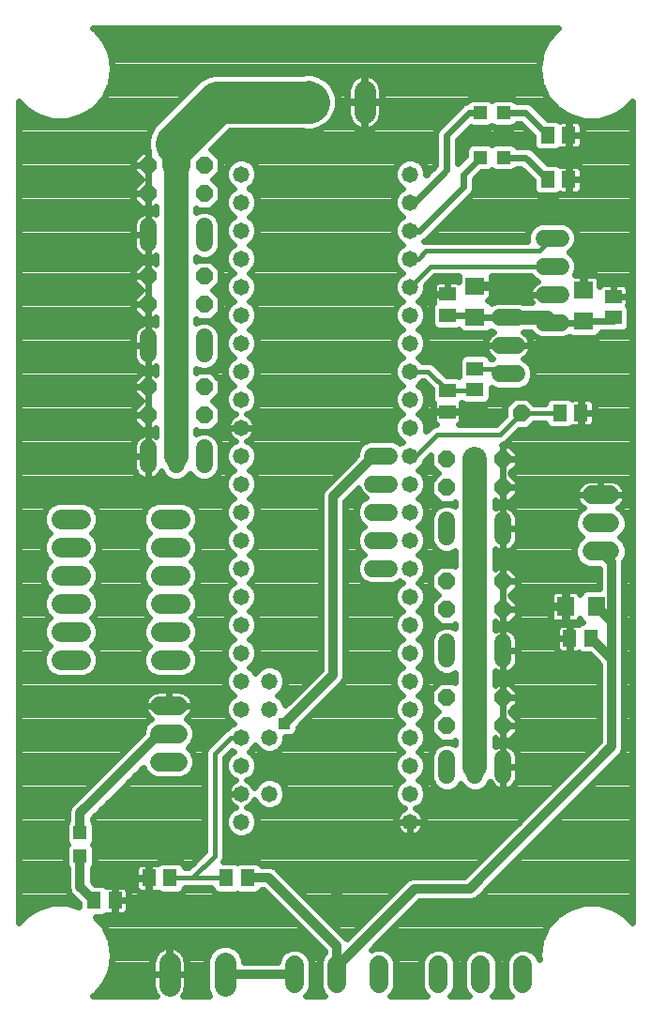
<source format=gtl>
G75*
%MOIN*%
%OFA0B0*%
%FSLAX25Y25*%
%IPPOS*%
%LPD*%
%AMOC8*
5,1,8,0,0,1.08239X$1,22.5*
%
%ADD10R,0.04724X0.04724*%
%ADD11C,0.06000*%
%ADD12OC8,0.06000*%
%ADD13R,0.05118X0.05906*%
%ADD14C,0.05800*%
%ADD15R,0.06299X0.07087*%
%ADD16C,0.07800*%
%ADD17C,0.06600*%
%ADD18C,0.07087*%
%ADD19R,0.05906X0.05118*%
%ADD20R,0.07087X0.06299*%
%ADD21C,0.03200*%
%ADD22R,0.03962X0.03962*%
%ADD23C,0.02400*%
%ADD24C,0.05000*%
%ADD25C,0.01600*%
%ADD26C,0.08600*%
%ADD27C,0.15000*%
%ADD28C,0.10000*%
D10*
X0296885Y0261885D03*
X0296885Y0270153D03*
X0439011Y0510074D03*
X0447279Y0510074D03*
X0447279Y0525822D03*
X0439011Y0525822D03*
D11*
X0461602Y0481373D02*
X0467602Y0481373D01*
X0467602Y0471373D02*
X0461602Y0471373D01*
X0461602Y0461373D02*
X0467602Y0461373D01*
X0467602Y0451373D02*
X0461602Y0451373D01*
X0452050Y0453145D02*
X0446050Y0453145D01*
X0446050Y0443145D02*
X0452050Y0443145D01*
X0452050Y0433145D02*
X0446050Y0433145D01*
X0406775Y0404090D02*
X0400775Y0404090D01*
X0400775Y0394090D02*
X0406775Y0394090D01*
X0406775Y0384090D02*
X0400775Y0384090D01*
X0400775Y0374090D02*
X0406775Y0374090D01*
X0406775Y0364090D02*
X0400775Y0364090D01*
X0427239Y0375184D02*
X0427239Y0381184D01*
X0437239Y0381184D02*
X0437239Y0375184D01*
X0447239Y0375184D02*
X0447239Y0381184D01*
X0447239Y0337877D02*
X0447239Y0331877D01*
X0437239Y0331877D02*
X0437239Y0337877D01*
X0427239Y0337877D02*
X0427239Y0331877D01*
X0427239Y0296539D02*
X0427239Y0290539D01*
X0437239Y0290539D02*
X0437239Y0296539D01*
X0447239Y0296539D02*
X0447239Y0290539D01*
X0340940Y0400775D02*
X0340940Y0406775D01*
X0330940Y0406775D02*
X0330940Y0400775D01*
X0320940Y0400775D02*
X0320940Y0406775D01*
X0320940Y0440145D02*
X0320940Y0446145D01*
X0330940Y0446145D02*
X0330940Y0440145D01*
X0340940Y0440145D02*
X0340940Y0446145D01*
X0340940Y0479515D02*
X0340940Y0485515D01*
X0330940Y0485515D02*
X0330940Y0479515D01*
X0320940Y0479515D02*
X0320940Y0485515D01*
D12*
X0320940Y0497200D03*
X0320940Y0507200D03*
X0330940Y0507200D03*
X0330940Y0497200D03*
X0340940Y0497200D03*
X0340940Y0507200D03*
X0340940Y0467830D03*
X0330940Y0467830D03*
X0320940Y0467830D03*
X0320940Y0457830D03*
X0330940Y0457830D03*
X0340940Y0457830D03*
X0340940Y0428460D03*
X0330940Y0428460D03*
X0330940Y0418460D03*
X0340940Y0418460D03*
X0320940Y0418460D03*
X0320940Y0428460D03*
X0427239Y0402869D03*
X0427239Y0392869D03*
X0437239Y0392869D03*
X0447239Y0392869D03*
X0447239Y0402869D03*
X0437239Y0402869D03*
X0453578Y0419129D03*
X0447239Y0359562D03*
X0437239Y0359562D03*
X0427239Y0359562D03*
X0427239Y0349562D03*
X0437239Y0349562D03*
X0447239Y0349562D03*
X0447239Y0318224D03*
X0437239Y0318224D03*
X0437239Y0308224D03*
X0447239Y0308224D03*
X0427239Y0308224D03*
X0427239Y0318224D03*
D13*
X0470901Y0339208D03*
X0478381Y0339208D03*
X0474838Y0419326D03*
X0467357Y0419326D03*
X0470507Y0502200D03*
X0463027Y0502200D03*
X0463027Y0517948D03*
X0470507Y0517948D03*
X0356334Y0254169D03*
X0348854Y0254169D03*
X0328775Y0254169D03*
X0321294Y0254169D03*
X0309247Y0246176D03*
X0301767Y0246176D03*
D14*
X0354090Y0274090D03*
X0354090Y0284090D03*
X0364090Y0284090D03*
X0354090Y0294090D03*
X0354090Y0304090D03*
X0364090Y0304090D03*
X0364090Y0314090D03*
X0364090Y0324090D03*
X0354090Y0324090D03*
X0354090Y0334090D03*
X0354090Y0344090D03*
X0354090Y0354090D03*
X0354090Y0364090D03*
X0354090Y0374090D03*
X0354090Y0384090D03*
X0354090Y0394090D03*
X0354090Y0404090D03*
X0354090Y0414090D03*
X0354090Y0424090D03*
X0354090Y0434090D03*
X0354090Y0444090D03*
X0354090Y0454090D03*
X0354090Y0464090D03*
X0354090Y0474090D03*
X0354090Y0484090D03*
X0354090Y0494090D03*
X0354090Y0504090D03*
X0414090Y0504090D03*
X0414090Y0494090D03*
X0414090Y0484090D03*
X0414090Y0474090D03*
X0414090Y0464090D03*
X0414090Y0454090D03*
X0414090Y0444090D03*
X0414090Y0434090D03*
X0414090Y0424090D03*
X0414090Y0414090D03*
X0414090Y0404090D03*
X0414090Y0394090D03*
X0414090Y0384090D03*
X0414090Y0374090D03*
X0414090Y0364090D03*
X0414090Y0354090D03*
X0414090Y0344090D03*
X0414090Y0334090D03*
X0414090Y0324090D03*
X0414090Y0314090D03*
X0414090Y0304090D03*
X0414090Y0294090D03*
X0414090Y0284090D03*
X0414090Y0274090D03*
X0354090Y0314090D03*
D15*
X0469326Y0350625D03*
X0480350Y0350625D03*
D16*
X0348320Y0223817D02*
X0348320Y0216017D01*
X0328620Y0216017D02*
X0328620Y0223817D01*
X0378227Y0525859D02*
X0378227Y0533659D01*
X0397927Y0533659D02*
X0397927Y0525859D01*
D17*
X0478585Y0390153D02*
X0485185Y0390153D01*
X0485185Y0380153D02*
X0478585Y0380153D01*
X0478585Y0370153D02*
X0485185Y0370153D01*
X0331642Y0315350D02*
X0325042Y0315350D01*
X0325042Y0305350D02*
X0331642Y0305350D01*
X0331642Y0295350D02*
X0325042Y0295350D01*
X0373027Y0223217D02*
X0373027Y0216617D01*
X0388027Y0216617D02*
X0388027Y0223217D01*
X0403027Y0223217D02*
X0403027Y0216617D01*
X0424208Y0216617D02*
X0424208Y0223217D01*
X0439208Y0223217D02*
X0439208Y0216617D01*
X0454208Y0216617D02*
X0454208Y0223217D01*
D18*
X0332515Y0331531D02*
X0325428Y0331531D01*
X0325428Y0341531D02*
X0332515Y0341531D01*
X0332515Y0351531D02*
X0325428Y0351531D01*
X0325428Y0361531D02*
X0332515Y0361531D01*
X0332515Y0371531D02*
X0325428Y0371531D01*
X0325428Y0381531D02*
X0332515Y0381531D01*
X0297082Y0381531D02*
X0289995Y0381531D01*
X0289995Y0371531D02*
X0297082Y0371531D01*
X0297082Y0361531D02*
X0289995Y0361531D01*
X0289995Y0351531D02*
X0297082Y0351531D01*
X0297082Y0341531D02*
X0289995Y0341531D01*
X0289995Y0331531D02*
X0297082Y0331531D01*
D19*
X0427397Y0419720D03*
X0427397Y0427200D03*
X0437239Y0427594D03*
X0437239Y0435074D03*
X0427397Y0453972D03*
X0427397Y0461452D03*
X0486452Y0460665D03*
X0486452Y0453184D03*
D20*
X0475822Y0452003D03*
X0475822Y0463027D03*
X0437239Y0464405D03*
X0437239Y0453381D03*
D21*
X0403775Y0404090D02*
X0401137Y0404090D01*
X0386649Y0389602D01*
X0386649Y0326216D01*
X0369523Y0309090D01*
X0328342Y0305350D02*
X0325035Y0305350D01*
X0296885Y0277200D01*
X0296885Y0270153D01*
X0296885Y0261885D02*
X0296885Y0251058D01*
X0301767Y0246176D01*
X0348320Y0219917D02*
X0373027Y0219917D01*
X0388027Y0219917D02*
X0388027Y0229956D01*
X0363814Y0254169D01*
X0356334Y0254169D01*
X0388027Y0222672D02*
X0415586Y0250231D01*
X0435271Y0250231D01*
X0485822Y0300783D01*
X0485822Y0331767D01*
X0478381Y0339208D01*
X0485822Y0345153D02*
X0485822Y0331767D01*
X0485822Y0345153D02*
X0485822Y0366216D01*
X0481885Y0370153D01*
X0480350Y0350625D02*
X0485822Y0345153D01*
X0388027Y0222672D02*
X0388027Y0219917D01*
D22*
X0388027Y0250231D03*
X0369523Y0309090D03*
D23*
X0277290Y0240818D02*
X0275117Y0238309D01*
X0275117Y0529871D01*
X0277290Y0527362D01*
X0277290Y0527362D01*
X0281792Y0524469D01*
X0286926Y0522961D01*
X0292277Y0522961D01*
X0297411Y0524469D01*
X0297411Y0524469D01*
X0301913Y0527362D01*
X0305417Y0531406D01*
X0307640Y0536273D01*
X0307640Y0536274D01*
X0308402Y0541570D01*
X0307640Y0546867D01*
X0305417Y0551734D01*
X0305417Y0551734D01*
X0301913Y0555778D01*
X0301913Y0555778D01*
X0301482Y0556055D01*
X0466698Y0556055D01*
X0466267Y0555778D01*
X0466267Y0555778D01*
X0462762Y0551734D01*
X0460539Y0546867D01*
X0460539Y0546867D01*
X0459778Y0541570D01*
X0460539Y0536274D01*
X0460539Y0536273D01*
X0462762Y0531406D01*
X0466267Y0527362D01*
X0470768Y0524469D01*
X0470768Y0524469D01*
X0475902Y0522961D01*
X0481253Y0522961D01*
X0486388Y0524469D01*
X0490889Y0527362D01*
X0490889Y0527362D01*
X0493063Y0529871D01*
X0493063Y0238309D01*
X0490889Y0240818D01*
X0486388Y0243711D01*
X0481253Y0245218D01*
X0475902Y0245218D01*
X0470768Y0243711D01*
X0466267Y0240818D01*
X0466267Y0240818D01*
X0466267Y0240818D01*
X0462762Y0236773D01*
X0460539Y0231906D01*
X0459778Y0226609D01*
X0459976Y0225231D01*
X0459379Y0226672D01*
X0457663Y0228388D01*
X0455421Y0229317D01*
X0452995Y0229317D01*
X0450752Y0228388D01*
X0449037Y0226672D01*
X0448108Y0224430D01*
X0448108Y0215403D01*
X0449037Y0213161D01*
X0450073Y0212124D01*
X0443342Y0212124D01*
X0444379Y0213161D01*
X0445308Y0215403D01*
X0445308Y0224430D01*
X0444379Y0226672D01*
X0442663Y0228388D01*
X0440421Y0229317D01*
X0437995Y0229317D01*
X0435752Y0228388D01*
X0434037Y0226672D01*
X0433108Y0224430D01*
X0433108Y0215403D01*
X0434037Y0213161D01*
X0435073Y0212124D01*
X0428342Y0212124D01*
X0429379Y0213161D01*
X0430308Y0215403D01*
X0430308Y0224430D01*
X0429379Y0226672D01*
X0427663Y0228388D01*
X0425421Y0229317D01*
X0422995Y0229317D01*
X0420752Y0228388D01*
X0419037Y0226672D01*
X0418108Y0224430D01*
X0418108Y0215403D01*
X0419037Y0213161D01*
X0420073Y0212124D01*
X0407161Y0212124D01*
X0408198Y0213161D01*
X0409127Y0215403D01*
X0409127Y0224430D01*
X0408198Y0226672D01*
X0406482Y0228388D01*
X0404240Y0229317D01*
X0401813Y0229317D01*
X0400243Y0228666D01*
X0417408Y0245831D01*
X0436146Y0245831D01*
X0437763Y0246501D01*
X0439001Y0247739D01*
X0489552Y0298290D01*
X0490222Y0299907D01*
X0490222Y0366563D01*
X0490356Y0366697D01*
X0491285Y0368939D01*
X0491285Y0371366D01*
X0490356Y0373608D01*
X0488812Y0375153D01*
X0490356Y0376697D01*
X0491285Y0378939D01*
X0491285Y0381366D01*
X0490356Y0383608D01*
X0488640Y0385324D01*
X0488166Y0385520D01*
X0488768Y0385958D01*
X0489380Y0386570D01*
X0489889Y0387270D01*
X0490282Y0388041D01*
X0490550Y0388865D01*
X0490685Y0389720D01*
X0490685Y0390153D01*
X0490685Y0390586D01*
X0490550Y0391441D01*
X0490282Y0392264D01*
X0489889Y0393035D01*
X0489380Y0393736D01*
X0488768Y0394348D01*
X0488068Y0394857D01*
X0487296Y0395250D01*
X0486473Y0395517D01*
X0485618Y0395653D01*
X0481885Y0395653D01*
X0478152Y0395653D01*
X0477297Y0395517D01*
X0476474Y0395250D01*
X0475702Y0394857D01*
X0475002Y0394348D01*
X0474390Y0393736D01*
X0473881Y0393035D01*
X0473488Y0392264D01*
X0473220Y0391441D01*
X0473085Y0390586D01*
X0473085Y0390153D01*
X0481885Y0390153D01*
X0481885Y0395653D01*
X0481885Y0390153D01*
X0481885Y0390153D01*
X0481885Y0390153D01*
X0490685Y0390153D01*
X0481885Y0390153D01*
X0481885Y0390153D01*
X0473085Y0390153D01*
X0473085Y0389720D01*
X0473220Y0388865D01*
X0473488Y0388041D01*
X0473881Y0387270D01*
X0474390Y0386570D01*
X0475002Y0385958D01*
X0475604Y0385520D01*
X0475130Y0385324D01*
X0473414Y0383608D01*
X0472485Y0381366D01*
X0472485Y0378939D01*
X0473414Y0376697D01*
X0474958Y0375153D01*
X0473414Y0373608D01*
X0472485Y0371366D01*
X0472485Y0368939D01*
X0473414Y0366697D01*
X0475130Y0364981D01*
X0477372Y0364053D01*
X0481422Y0364053D01*
X0481422Y0356968D01*
X0476643Y0356968D01*
X0475614Y0356542D01*
X0474826Y0355755D01*
X0474523Y0355022D01*
X0474236Y0355519D01*
X0473826Y0355929D01*
X0473325Y0356219D01*
X0472765Y0356368D01*
X0469701Y0356368D01*
X0469701Y0351000D01*
X0468951Y0351000D01*
X0468951Y0350250D01*
X0469701Y0350250D01*
X0469701Y0344882D01*
X0472765Y0344882D01*
X0473325Y0345032D01*
X0473826Y0345321D01*
X0474236Y0345731D01*
X0474523Y0346228D01*
X0474826Y0345496D01*
X0475361Y0344961D01*
X0475265Y0344961D01*
X0474236Y0344534D01*
X0473996Y0344295D01*
X0473749Y0344361D01*
X0470980Y0344361D01*
X0470980Y0339287D01*
X0470821Y0339287D01*
X0470821Y0339128D01*
X0470980Y0339128D01*
X0470980Y0334055D01*
X0473749Y0334055D01*
X0473996Y0334121D01*
X0474236Y0333881D01*
X0475265Y0333455D01*
X0477911Y0333455D01*
X0481422Y0329944D01*
X0481422Y0302605D01*
X0433448Y0254631D01*
X0414711Y0254631D01*
X0413093Y0253962D01*
X0411856Y0252724D01*
X0391669Y0232537D01*
X0390519Y0233686D01*
X0366307Y0257899D01*
X0364689Y0258568D01*
X0361324Y0258568D01*
X0361267Y0258707D01*
X0360479Y0259495D01*
X0359450Y0259921D01*
X0353218Y0259921D01*
X0352594Y0259663D01*
X0351970Y0259921D01*
X0347690Y0259921D01*
X0347772Y0260003D01*
X0348320Y0261326D01*
X0348320Y0296772D01*
X0350833Y0299285D01*
X0350861Y0299258D01*
X0351266Y0299090D01*
X0350861Y0298922D01*
X0349258Y0297319D01*
X0348390Y0295224D01*
X0348390Y0292956D01*
X0349258Y0290861D01*
X0350861Y0289258D01*
X0352040Y0288769D01*
X0351417Y0288452D01*
X0350767Y0287980D01*
X0350200Y0287412D01*
X0349728Y0286763D01*
X0349363Y0286047D01*
X0349115Y0285284D01*
X0348990Y0284491D01*
X0348990Y0284090D01*
X0354090Y0284090D01*
X0354090Y0284090D01*
X0348990Y0284090D01*
X0348990Y0283688D01*
X0349115Y0282895D01*
X0349363Y0282132D01*
X0349728Y0281417D01*
X0350200Y0280767D01*
X0350767Y0280200D01*
X0351417Y0279728D01*
X0352040Y0279410D01*
X0350861Y0278922D01*
X0349258Y0277319D01*
X0348390Y0275224D01*
X0348390Y0272956D01*
X0349258Y0270861D01*
X0350861Y0269258D01*
X0352956Y0268390D01*
X0355224Y0268390D01*
X0357319Y0269258D01*
X0358922Y0270861D01*
X0359790Y0272956D01*
X0359790Y0275224D01*
X0358922Y0277319D01*
X0357319Y0278922D01*
X0356140Y0279410D01*
X0356763Y0279728D01*
X0357412Y0280200D01*
X0357980Y0280767D01*
X0358452Y0281417D01*
X0358769Y0282040D01*
X0359258Y0280861D01*
X0360861Y0279258D01*
X0362956Y0278390D01*
X0365224Y0278390D01*
X0367319Y0279258D01*
X0368922Y0280861D01*
X0369790Y0282956D01*
X0369790Y0285224D01*
X0368922Y0287319D01*
X0367319Y0288922D01*
X0365224Y0289790D01*
X0362956Y0289790D01*
X0360861Y0288922D01*
X0359258Y0287319D01*
X0358769Y0286140D01*
X0358452Y0286763D01*
X0357980Y0287412D01*
X0357412Y0287980D01*
X0356763Y0288452D01*
X0356140Y0288769D01*
X0357319Y0289258D01*
X0358922Y0290861D01*
X0359790Y0292956D01*
X0359790Y0295224D01*
X0358922Y0297319D01*
X0357319Y0298922D01*
X0356913Y0299090D01*
X0357319Y0299258D01*
X0358922Y0300861D01*
X0359090Y0301266D01*
X0359258Y0300861D01*
X0360861Y0299258D01*
X0362956Y0298390D01*
X0365224Y0298390D01*
X0367319Y0299258D01*
X0368922Y0300861D01*
X0369790Y0302956D01*
X0369790Y0304309D01*
X0372061Y0304309D01*
X0373090Y0304735D01*
X0373878Y0305523D01*
X0374304Y0306552D01*
X0374304Y0307648D01*
X0389141Y0322486D01*
X0390379Y0323723D01*
X0391049Y0325341D01*
X0391049Y0387779D01*
X0395811Y0392541D01*
X0395956Y0392094D01*
X0396327Y0391364D01*
X0396808Y0390702D01*
X0397387Y0390123D01*
X0398049Y0389642D01*
X0398486Y0389420D01*
X0397489Y0389007D01*
X0395858Y0387375D01*
X0394975Y0385243D01*
X0394975Y0382936D01*
X0395858Y0380804D01*
X0397489Y0379173D01*
X0397690Y0379090D01*
X0397489Y0379007D01*
X0395858Y0377375D01*
X0394975Y0375243D01*
X0394975Y0372936D01*
X0395858Y0370804D01*
X0397489Y0369173D01*
X0397690Y0369090D01*
X0397489Y0369007D01*
X0395858Y0367375D01*
X0394975Y0365243D01*
X0394975Y0362936D01*
X0395858Y0360804D01*
X0397489Y0359173D01*
X0399621Y0358290D01*
X0407928Y0358290D01*
X0410060Y0359173D01*
X0410503Y0359616D01*
X0410861Y0359258D01*
X0411266Y0359090D01*
X0410861Y0358922D01*
X0409258Y0357319D01*
X0408390Y0355224D01*
X0408390Y0352956D01*
X0409258Y0350861D01*
X0410861Y0349258D01*
X0411266Y0349090D01*
X0410861Y0348922D01*
X0409258Y0347319D01*
X0408390Y0345224D01*
X0408390Y0342956D01*
X0409258Y0340861D01*
X0410861Y0339258D01*
X0411266Y0339090D01*
X0410861Y0338922D01*
X0409258Y0337319D01*
X0408390Y0335224D01*
X0408390Y0332956D01*
X0409258Y0330861D01*
X0410861Y0329258D01*
X0411266Y0329090D01*
X0410861Y0328922D01*
X0409258Y0327319D01*
X0408390Y0325224D01*
X0408390Y0322956D01*
X0409258Y0320861D01*
X0410861Y0319258D01*
X0411266Y0319090D01*
X0410861Y0318922D01*
X0409258Y0317319D01*
X0408390Y0315224D01*
X0408390Y0312956D01*
X0409258Y0310861D01*
X0410861Y0309258D01*
X0411266Y0309090D01*
X0410861Y0308922D01*
X0409258Y0307319D01*
X0408390Y0305224D01*
X0408390Y0302956D01*
X0409258Y0300861D01*
X0410861Y0299258D01*
X0411266Y0299090D01*
X0410861Y0298922D01*
X0409258Y0297319D01*
X0408390Y0295224D01*
X0408390Y0292956D01*
X0409258Y0290861D01*
X0410861Y0289258D01*
X0411266Y0289090D01*
X0410861Y0288922D01*
X0409258Y0287319D01*
X0408390Y0285224D01*
X0408390Y0282956D01*
X0409258Y0280861D01*
X0410861Y0279258D01*
X0412040Y0278769D01*
X0411417Y0278452D01*
X0410767Y0277980D01*
X0410200Y0277412D01*
X0409728Y0276763D01*
X0409363Y0276047D01*
X0409115Y0275284D01*
X0408990Y0274491D01*
X0408990Y0274090D01*
X0414090Y0274090D01*
X0419190Y0274090D01*
X0419190Y0274491D01*
X0419064Y0275284D01*
X0418816Y0276047D01*
X0418452Y0276763D01*
X0417980Y0277412D01*
X0417412Y0277980D01*
X0416763Y0278452D01*
X0416140Y0278769D01*
X0417319Y0279258D01*
X0418922Y0280861D01*
X0419790Y0282956D01*
X0419790Y0285224D01*
X0418922Y0287319D01*
X0417319Y0288922D01*
X0416913Y0289090D01*
X0417319Y0289258D01*
X0418922Y0290861D01*
X0419790Y0292956D01*
X0419790Y0295224D01*
X0418922Y0297319D01*
X0417319Y0298922D01*
X0416913Y0299090D01*
X0417319Y0299258D01*
X0418922Y0300861D01*
X0419790Y0302956D01*
X0419790Y0305224D01*
X0418922Y0307319D01*
X0417319Y0308922D01*
X0416913Y0309090D01*
X0417319Y0309258D01*
X0418922Y0310861D01*
X0419790Y0312956D01*
X0419790Y0315224D01*
X0418922Y0317319D01*
X0417319Y0318922D01*
X0416913Y0319090D01*
X0417319Y0319258D01*
X0418922Y0320861D01*
X0419790Y0322956D01*
X0419790Y0325224D01*
X0418922Y0327319D01*
X0417319Y0328922D01*
X0416913Y0329090D01*
X0417319Y0329258D01*
X0418922Y0330861D01*
X0419790Y0332956D01*
X0419790Y0335224D01*
X0418922Y0337319D01*
X0417319Y0338922D01*
X0416913Y0339090D01*
X0417319Y0339258D01*
X0418922Y0340861D01*
X0419790Y0342956D01*
X0419790Y0345224D01*
X0418922Y0347319D01*
X0417319Y0348922D01*
X0416913Y0349090D01*
X0417319Y0349258D01*
X0418922Y0350861D01*
X0419790Y0352956D01*
X0419790Y0355224D01*
X0418922Y0357319D01*
X0417319Y0358922D01*
X0416913Y0359090D01*
X0417319Y0359258D01*
X0418922Y0360861D01*
X0419790Y0362956D01*
X0419790Y0365224D01*
X0418922Y0367319D01*
X0417319Y0368922D01*
X0416913Y0369090D01*
X0417319Y0369258D01*
X0418922Y0370861D01*
X0419790Y0372956D01*
X0419790Y0375224D01*
X0418922Y0377319D01*
X0417319Y0378922D01*
X0416913Y0379090D01*
X0417319Y0379258D01*
X0418922Y0380861D01*
X0419790Y0382956D01*
X0419790Y0385224D01*
X0418922Y0387319D01*
X0417319Y0388922D01*
X0416913Y0389090D01*
X0417319Y0389258D01*
X0418922Y0390861D01*
X0419790Y0392956D01*
X0419790Y0395224D01*
X0418922Y0397319D01*
X0417319Y0398922D01*
X0416913Y0399090D01*
X0417319Y0399258D01*
X0418922Y0400861D01*
X0419602Y0402503D01*
X0421439Y0404340D01*
X0421439Y0400467D01*
X0424037Y0397869D01*
X0421439Y0395272D01*
X0421439Y0390467D01*
X0424837Y0387069D01*
X0429642Y0387069D01*
X0430139Y0387567D01*
X0430139Y0386261D01*
X0428393Y0386984D01*
X0426086Y0386984D01*
X0423954Y0386101D01*
X0422322Y0384470D01*
X0421439Y0382338D01*
X0421439Y0374031D01*
X0422322Y0371899D01*
X0423954Y0370267D01*
X0426086Y0369384D01*
X0428393Y0369384D01*
X0430139Y0370108D01*
X0430139Y0364865D01*
X0429642Y0365362D01*
X0424837Y0365362D01*
X0421439Y0361965D01*
X0421439Y0357160D01*
X0424037Y0354562D01*
X0421439Y0351965D01*
X0421439Y0347160D01*
X0424837Y0343762D01*
X0429642Y0343762D01*
X0430139Y0344260D01*
X0430139Y0342954D01*
X0428393Y0343677D01*
X0426086Y0343677D01*
X0423954Y0342794D01*
X0422322Y0341163D01*
X0421439Y0339031D01*
X0421439Y0330723D01*
X0422322Y0328592D01*
X0423954Y0326960D01*
X0426086Y0326077D01*
X0428393Y0326077D01*
X0430139Y0326801D01*
X0430139Y0323526D01*
X0429642Y0324024D01*
X0424837Y0324024D01*
X0421439Y0320626D01*
X0421439Y0315821D01*
X0424037Y0313224D01*
X0421439Y0310626D01*
X0421439Y0305821D01*
X0424837Y0302424D01*
X0429642Y0302424D01*
X0430139Y0302921D01*
X0430139Y0301615D01*
X0428393Y0302339D01*
X0426086Y0302339D01*
X0423954Y0301456D01*
X0422322Y0299824D01*
X0421439Y0297692D01*
X0421439Y0289385D01*
X0422322Y0287253D01*
X0423954Y0285622D01*
X0426086Y0284739D01*
X0428393Y0284739D01*
X0430525Y0285622D01*
X0432156Y0287253D01*
X0432239Y0287454D01*
X0432322Y0287253D01*
X0433954Y0285622D01*
X0436086Y0284739D01*
X0438393Y0284739D01*
X0440525Y0285622D01*
X0442156Y0287253D01*
X0442569Y0288250D01*
X0442792Y0287813D01*
X0443273Y0287151D01*
X0443852Y0286572D01*
X0444514Y0286091D01*
X0445243Y0285720D01*
X0446022Y0285467D01*
X0446830Y0285339D01*
X0447239Y0285339D01*
X0447239Y0293538D01*
X0447239Y0293538D01*
X0447239Y0285339D01*
X0447649Y0285339D01*
X0448457Y0285467D01*
X0449235Y0285720D01*
X0449965Y0286091D01*
X0450627Y0286572D01*
X0451206Y0287151D01*
X0451687Y0287813D01*
X0452058Y0288542D01*
X0452311Y0289321D01*
X0452439Y0290129D01*
X0452439Y0293539D01*
X0452439Y0296948D01*
X0452311Y0297756D01*
X0452058Y0298535D01*
X0451687Y0299264D01*
X0451206Y0299926D01*
X0450627Y0300505D01*
X0449965Y0300986D01*
X0449235Y0301358D01*
X0448457Y0301611D01*
X0447649Y0301739D01*
X0447239Y0301739D01*
X0446830Y0301739D01*
X0446022Y0301611D01*
X0445243Y0301358D01*
X0444514Y0300986D01*
X0444339Y0300859D01*
X0444339Y0303770D01*
X0445085Y0303024D01*
X0447239Y0303024D01*
X0447239Y0308223D01*
X0447239Y0308223D01*
X0447239Y0303024D01*
X0449393Y0303024D01*
X0452439Y0306070D01*
X0452439Y0308224D01*
X0452439Y0310378D01*
X0449593Y0313224D01*
X0452439Y0316070D01*
X0452439Y0318224D01*
X0452439Y0320378D01*
X0449393Y0323424D01*
X0447239Y0323424D01*
X0445085Y0323424D01*
X0444339Y0322677D01*
X0444339Y0327557D01*
X0444514Y0327430D01*
X0445243Y0327058D01*
X0446022Y0326805D01*
X0446830Y0326677D01*
X0447239Y0326677D01*
X0447239Y0334877D01*
X0447239Y0334877D01*
X0447239Y0343077D01*
X0446830Y0343077D01*
X0446022Y0342949D01*
X0445243Y0342696D01*
X0444514Y0342325D01*
X0444339Y0342198D01*
X0444339Y0345108D01*
X0445085Y0344362D01*
X0447239Y0344362D01*
X0447239Y0349562D01*
X0447239Y0349562D01*
X0447239Y0344362D01*
X0449393Y0344362D01*
X0452439Y0347408D01*
X0452439Y0349562D01*
X0447239Y0349562D01*
X0447239Y0359562D01*
X0447239Y0359562D01*
X0447239Y0354362D01*
X0447239Y0349562D01*
X0447239Y0349562D01*
X0447239Y0349562D01*
X0452439Y0349562D01*
X0452439Y0351716D01*
X0449593Y0354562D01*
X0452439Y0357408D01*
X0452439Y0359562D01*
X0447239Y0359562D01*
X0447239Y0364762D01*
X0445085Y0364762D01*
X0444339Y0364016D01*
X0444339Y0370864D01*
X0444514Y0370737D01*
X0445243Y0370365D01*
X0446022Y0370112D01*
X0446830Y0369984D01*
X0447239Y0369984D01*
X0447239Y0378184D01*
X0447239Y0378184D01*
X0447239Y0369984D01*
X0447649Y0369984D01*
X0448457Y0370112D01*
X0449235Y0370365D01*
X0449965Y0370737D01*
X0450627Y0371218D01*
X0451206Y0371797D01*
X0451687Y0372459D01*
X0452058Y0373188D01*
X0452311Y0373967D01*
X0452439Y0374775D01*
X0452439Y0378184D01*
X0447239Y0378184D01*
X0447239Y0386384D01*
X0446830Y0386384D01*
X0446022Y0386256D01*
X0445243Y0386003D01*
X0444514Y0385632D01*
X0444339Y0385505D01*
X0444339Y0388415D01*
X0445085Y0387669D01*
X0447239Y0387669D01*
X0447239Y0392869D01*
X0447239Y0392869D01*
X0447239Y0387669D01*
X0449393Y0387669D01*
X0452439Y0390715D01*
X0452439Y0392869D01*
X0447239Y0392869D01*
X0447239Y0402869D01*
X0447239Y0402869D01*
X0447239Y0397669D01*
X0447239Y0392869D01*
X0447239Y0392869D01*
X0447239Y0392869D01*
X0452439Y0392869D01*
X0452439Y0395023D01*
X0449593Y0397869D01*
X0452439Y0400715D01*
X0452439Y0402869D01*
X0447239Y0402869D01*
X0447239Y0408069D01*
X0446863Y0408069D01*
X0448137Y0408597D01*
X0452869Y0413329D01*
X0455980Y0413329D01*
X0458180Y0415529D01*
X0462117Y0415529D01*
X0462425Y0414787D01*
X0463212Y0413999D01*
X0464241Y0413573D01*
X0470473Y0413573D01*
X0471503Y0413999D01*
X0471742Y0414239D01*
X0471989Y0414173D01*
X0474758Y0414173D01*
X0474758Y0419246D01*
X0474917Y0419246D01*
X0474917Y0414173D01*
X0477686Y0414173D01*
X0478246Y0414323D01*
X0478748Y0414613D01*
X0479157Y0415022D01*
X0479447Y0415524D01*
X0479597Y0416084D01*
X0479597Y0419246D01*
X0474917Y0419246D01*
X0474917Y0419406D01*
X0474758Y0419406D01*
X0474758Y0424479D01*
X0471989Y0424479D01*
X0471742Y0424413D01*
X0471503Y0424652D01*
X0470473Y0425079D01*
X0464241Y0425079D01*
X0463212Y0424652D01*
X0462425Y0423865D01*
X0461998Y0422836D01*
X0461998Y0422729D01*
X0458180Y0422729D01*
X0455980Y0424929D01*
X0451176Y0424929D01*
X0447778Y0421532D01*
X0447778Y0418420D01*
X0444606Y0415249D01*
X0431438Y0415249D01*
X0431700Y0415400D01*
X0432110Y0415810D01*
X0432400Y0416311D01*
X0432550Y0416871D01*
X0432550Y0419640D01*
X0427476Y0419640D01*
X0427476Y0419799D01*
X0432550Y0419799D01*
X0432550Y0422568D01*
X0432483Y0422815D01*
X0432515Y0422847D01*
X0432701Y0422661D01*
X0433730Y0422235D01*
X0440749Y0422235D01*
X0441778Y0422661D01*
X0442566Y0423449D01*
X0442992Y0424478D01*
X0442992Y0428134D01*
X0444897Y0427345D01*
X0453204Y0427345D01*
X0455336Y0428228D01*
X0456967Y0429859D01*
X0457850Y0431991D01*
X0457850Y0434299D01*
X0456967Y0436430D01*
X0455336Y0438062D01*
X0454339Y0438475D01*
X0454776Y0438697D01*
X0455438Y0439179D01*
X0456017Y0439757D01*
X0456498Y0440419D01*
X0456869Y0441149D01*
X0457122Y0441927D01*
X0457250Y0442736D01*
X0457250Y0443145D01*
X0457250Y0443554D01*
X0457122Y0444363D01*
X0456869Y0445141D01*
X0456498Y0445870D01*
X0456017Y0446532D01*
X0455438Y0447111D01*
X0454776Y0447592D01*
X0454339Y0447815D01*
X0454411Y0447845D01*
X0456927Y0447845D01*
X0458316Y0446456D01*
X0460448Y0445573D01*
X0468755Y0445573D01*
X0470818Y0446428D01*
X0471722Y0446054D01*
X0479922Y0446054D01*
X0480951Y0446480D01*
X0481739Y0447267D01*
X0482044Y0448003D01*
X0482513Y0448003D01*
X0482942Y0447825D01*
X0489962Y0447825D01*
X0490991Y0448251D01*
X0491778Y0449039D01*
X0492205Y0450068D01*
X0492205Y0456300D01*
X0491778Y0457329D01*
X0491539Y0457569D01*
X0491605Y0457816D01*
X0491605Y0460585D01*
X0486532Y0460585D01*
X0486532Y0460744D01*
X0491605Y0460744D01*
X0491605Y0463513D01*
X0491455Y0464073D01*
X0491165Y0464574D01*
X0490756Y0464984D01*
X0490254Y0465274D01*
X0489694Y0465424D01*
X0486531Y0465424D01*
X0486531Y0460744D01*
X0486372Y0460744D01*
X0486372Y0465424D01*
X0483210Y0465424D01*
X0482650Y0465274D01*
X0482148Y0464984D01*
X0481739Y0464574D01*
X0481565Y0464274D01*
X0481565Y0466466D01*
X0481415Y0467026D01*
X0481126Y0467527D01*
X0480716Y0467937D01*
X0480215Y0468226D01*
X0479655Y0468376D01*
X0476197Y0468376D01*
X0476197Y0463402D01*
X0475447Y0463402D01*
X0475447Y0468376D01*
X0472638Y0468376D01*
X0473402Y0470220D01*
X0473402Y0472527D01*
X0472519Y0474659D01*
X0470887Y0476290D01*
X0470687Y0476373D01*
X0470887Y0476456D01*
X0472519Y0478088D01*
X0473402Y0480220D01*
X0473402Y0482527D01*
X0472519Y0484659D01*
X0470887Y0486290D01*
X0468755Y0487173D01*
X0460448Y0487173D01*
X0458316Y0486290D01*
X0456685Y0484659D01*
X0455802Y0482527D01*
X0455802Y0480406D01*
X0419114Y0480406D01*
X0419820Y0480699D01*
X0435174Y0496053D01*
X0436300Y0497178D01*
X0436909Y0498648D01*
X0436909Y0502315D01*
X0439506Y0504912D01*
X0441930Y0504912D01*
X0442959Y0505338D01*
X0443145Y0505524D01*
X0443330Y0505338D01*
X0444360Y0504912D01*
X0450198Y0504912D01*
X0451227Y0505338D01*
X0451963Y0506074D01*
X0453496Y0506074D01*
X0457668Y0501902D01*
X0457668Y0498690D01*
X0458094Y0497661D01*
X0458882Y0496874D01*
X0459911Y0496447D01*
X0466143Y0496447D01*
X0467172Y0496874D01*
X0467412Y0497113D01*
X0467658Y0497047D01*
X0470428Y0497047D01*
X0470428Y0502120D01*
X0470587Y0502120D01*
X0470587Y0502280D01*
X0470428Y0502280D01*
X0470428Y0507353D01*
X0467658Y0507353D01*
X0467412Y0507287D01*
X0467172Y0507526D01*
X0466143Y0507953D01*
X0462931Y0507953D01*
X0457419Y0513465D01*
X0455948Y0514074D01*
X0451963Y0514074D01*
X0451227Y0514810D01*
X0450198Y0515236D01*
X0444360Y0515236D01*
X0443330Y0514810D01*
X0443145Y0514624D01*
X0442959Y0514810D01*
X0441930Y0515236D01*
X0436092Y0515236D01*
X0435063Y0514810D01*
X0434275Y0514022D01*
X0433849Y0512993D01*
X0433849Y0510569D01*
X0431200Y0507920D01*
X0431200Y0516291D01*
X0435722Y0520813D01*
X0436092Y0520660D01*
X0441930Y0520660D01*
X0442959Y0521086D01*
X0443145Y0521272D01*
X0443330Y0521086D01*
X0444360Y0520660D01*
X0450198Y0520660D01*
X0451227Y0521086D01*
X0451963Y0521822D01*
X0453496Y0521822D01*
X0457668Y0517650D01*
X0457668Y0514438D01*
X0458094Y0513409D01*
X0458882Y0512622D01*
X0459911Y0512195D01*
X0466143Y0512195D01*
X0467172Y0512622D01*
X0467412Y0512861D01*
X0467658Y0512795D01*
X0470428Y0512795D01*
X0470428Y0517868D01*
X0470587Y0517868D01*
X0470587Y0518028D01*
X0470428Y0518028D01*
X0470428Y0523101D01*
X0467658Y0523101D01*
X0467412Y0523035D01*
X0467172Y0523275D01*
X0466143Y0523701D01*
X0462931Y0523701D01*
X0457419Y0529213D01*
X0455948Y0529822D01*
X0451963Y0529822D01*
X0451227Y0530558D01*
X0450198Y0530984D01*
X0444360Y0530984D01*
X0443330Y0530558D01*
X0443145Y0530372D01*
X0442959Y0530558D01*
X0441930Y0530984D01*
X0436092Y0530984D01*
X0435063Y0530558D01*
X0434327Y0529822D01*
X0434278Y0529822D01*
X0432808Y0529213D01*
X0424934Y0521339D01*
X0423809Y0520214D01*
X0423200Y0518744D01*
X0423200Y0507203D01*
X0419790Y0503793D01*
X0419790Y0505224D01*
X0418922Y0507319D01*
X0417319Y0508922D01*
X0415224Y0509790D01*
X0412956Y0509790D01*
X0410861Y0508922D01*
X0409258Y0507319D01*
X0408390Y0505224D01*
X0408390Y0502956D01*
X0409258Y0500861D01*
X0410861Y0499258D01*
X0411266Y0499090D01*
X0410861Y0498922D01*
X0409258Y0497319D01*
X0408390Y0495224D01*
X0408390Y0492956D01*
X0409258Y0490861D01*
X0410861Y0489258D01*
X0411266Y0489090D01*
X0410861Y0488922D01*
X0409258Y0487319D01*
X0408390Y0485224D01*
X0408390Y0482956D01*
X0409258Y0480861D01*
X0410861Y0479258D01*
X0411266Y0479090D01*
X0410861Y0478922D01*
X0409258Y0477319D01*
X0408390Y0475224D01*
X0408390Y0472956D01*
X0409258Y0470861D01*
X0410861Y0469258D01*
X0411266Y0469090D01*
X0410861Y0468922D01*
X0409258Y0467319D01*
X0408390Y0465224D01*
X0408390Y0462956D01*
X0409258Y0460861D01*
X0410861Y0459258D01*
X0411266Y0459090D01*
X0410861Y0458922D01*
X0409258Y0457319D01*
X0408390Y0455224D01*
X0408390Y0452956D01*
X0409258Y0450861D01*
X0410861Y0449258D01*
X0411266Y0449090D01*
X0410861Y0448922D01*
X0409258Y0447319D01*
X0408390Y0445224D01*
X0408390Y0442956D01*
X0409258Y0440861D01*
X0410861Y0439258D01*
X0411266Y0439090D01*
X0410861Y0438922D01*
X0409258Y0437319D01*
X0408390Y0435224D01*
X0408390Y0432956D01*
X0409258Y0430861D01*
X0410861Y0429258D01*
X0411266Y0429090D01*
X0410861Y0428922D01*
X0409258Y0427319D01*
X0408390Y0425224D01*
X0408390Y0422956D01*
X0409258Y0420861D01*
X0410861Y0419258D01*
X0411266Y0419090D01*
X0410861Y0418922D01*
X0409258Y0417319D01*
X0408390Y0415224D01*
X0408390Y0412956D01*
X0409258Y0410861D01*
X0410861Y0409258D01*
X0411266Y0409090D01*
X0410861Y0408922D01*
X0410503Y0408564D01*
X0410060Y0409007D01*
X0407928Y0409890D01*
X0399621Y0409890D01*
X0397489Y0409007D01*
X0395858Y0407375D01*
X0394975Y0405243D01*
X0394975Y0404150D01*
X0382919Y0392094D01*
X0382249Y0390477D01*
X0382249Y0328038D01*
X0369686Y0315475D01*
X0368922Y0317319D01*
X0367319Y0318922D01*
X0366913Y0319090D01*
X0367319Y0319258D01*
X0368922Y0320861D01*
X0369790Y0322956D01*
X0369790Y0325224D01*
X0368922Y0327319D01*
X0367319Y0328922D01*
X0365224Y0329790D01*
X0362956Y0329790D01*
X0360861Y0328922D01*
X0359258Y0327319D01*
X0359090Y0326913D01*
X0358922Y0327319D01*
X0357319Y0328922D01*
X0356913Y0329090D01*
X0357319Y0329258D01*
X0358922Y0330861D01*
X0359790Y0332956D01*
X0359790Y0335224D01*
X0358922Y0337319D01*
X0357319Y0338922D01*
X0356913Y0339090D01*
X0357319Y0339258D01*
X0358922Y0340861D01*
X0359790Y0342956D01*
X0359790Y0345224D01*
X0358922Y0347319D01*
X0357319Y0348922D01*
X0356913Y0349090D01*
X0357319Y0349258D01*
X0358922Y0350861D01*
X0359790Y0352956D01*
X0359790Y0355224D01*
X0358922Y0357319D01*
X0357319Y0358922D01*
X0356913Y0359090D01*
X0357319Y0359258D01*
X0358922Y0360861D01*
X0359790Y0362956D01*
X0359790Y0365224D01*
X0358922Y0367319D01*
X0357319Y0368922D01*
X0356913Y0369090D01*
X0357319Y0369258D01*
X0358922Y0370861D01*
X0359790Y0372956D01*
X0359790Y0375224D01*
X0358922Y0377319D01*
X0357319Y0378922D01*
X0356913Y0379090D01*
X0357319Y0379258D01*
X0358922Y0380861D01*
X0359790Y0382956D01*
X0359790Y0385224D01*
X0358922Y0387319D01*
X0357319Y0388922D01*
X0356913Y0389090D01*
X0357319Y0389258D01*
X0358922Y0390861D01*
X0359790Y0392956D01*
X0359790Y0395224D01*
X0358922Y0397319D01*
X0357319Y0398922D01*
X0356913Y0399090D01*
X0357319Y0399258D01*
X0358922Y0400861D01*
X0359790Y0402956D01*
X0359790Y0405224D01*
X0358922Y0407319D01*
X0357319Y0408922D01*
X0356140Y0409410D01*
X0356763Y0409728D01*
X0357412Y0410200D01*
X0357980Y0410767D01*
X0358452Y0411417D01*
X0358816Y0412132D01*
X0359064Y0412895D01*
X0359190Y0413688D01*
X0359190Y0414090D01*
X0359190Y0414491D01*
X0359064Y0415284D01*
X0358816Y0416047D01*
X0358452Y0416763D01*
X0357980Y0417412D01*
X0357412Y0417980D01*
X0356763Y0418452D01*
X0356140Y0418769D01*
X0357319Y0419258D01*
X0358922Y0420861D01*
X0359790Y0422956D01*
X0359790Y0425224D01*
X0358922Y0427319D01*
X0357319Y0428922D01*
X0356913Y0429090D01*
X0357319Y0429258D01*
X0358922Y0430861D01*
X0359790Y0432956D01*
X0359790Y0435224D01*
X0358922Y0437319D01*
X0357319Y0438922D01*
X0356913Y0439090D01*
X0357319Y0439258D01*
X0358922Y0440861D01*
X0359790Y0442956D01*
X0359790Y0445224D01*
X0358922Y0447319D01*
X0357319Y0448922D01*
X0356913Y0449090D01*
X0357319Y0449258D01*
X0358922Y0450861D01*
X0359790Y0452956D01*
X0359790Y0455224D01*
X0358922Y0457319D01*
X0357319Y0458922D01*
X0356913Y0459090D01*
X0357319Y0459258D01*
X0358922Y0460861D01*
X0359790Y0462956D01*
X0359790Y0465224D01*
X0358922Y0467319D01*
X0357319Y0468922D01*
X0356913Y0469090D01*
X0357319Y0469258D01*
X0358922Y0470861D01*
X0359790Y0472956D01*
X0359790Y0475224D01*
X0358922Y0477319D01*
X0357319Y0478922D01*
X0356913Y0479090D01*
X0357319Y0479258D01*
X0358922Y0480861D01*
X0359790Y0482956D01*
X0359790Y0485224D01*
X0358922Y0487319D01*
X0357319Y0488922D01*
X0356913Y0489090D01*
X0357319Y0489258D01*
X0358922Y0490861D01*
X0359790Y0492956D01*
X0359790Y0495224D01*
X0358922Y0497319D01*
X0357319Y0498922D01*
X0356913Y0499090D01*
X0357319Y0499258D01*
X0358922Y0500861D01*
X0359790Y0502956D01*
X0359790Y0505224D01*
X0358922Y0507319D01*
X0357319Y0508922D01*
X0355224Y0509790D01*
X0352956Y0509790D01*
X0350861Y0508922D01*
X0349258Y0507319D01*
X0348390Y0505224D01*
X0348390Y0502956D01*
X0349258Y0500861D01*
X0350861Y0499258D01*
X0351266Y0499090D01*
X0350861Y0498922D01*
X0349258Y0497319D01*
X0348390Y0495224D01*
X0348390Y0492956D01*
X0349258Y0490861D01*
X0350861Y0489258D01*
X0351266Y0489090D01*
X0350861Y0488922D01*
X0349258Y0487319D01*
X0348390Y0485224D01*
X0348390Y0482956D01*
X0349258Y0480861D01*
X0350861Y0479258D01*
X0351266Y0479090D01*
X0350861Y0478922D01*
X0349258Y0477319D01*
X0348390Y0475224D01*
X0348390Y0472956D01*
X0349258Y0470861D01*
X0350861Y0469258D01*
X0351266Y0469090D01*
X0350861Y0468922D01*
X0349258Y0467319D01*
X0348390Y0465224D01*
X0348390Y0462956D01*
X0349258Y0460861D01*
X0350861Y0459258D01*
X0351266Y0459090D01*
X0350861Y0458922D01*
X0349258Y0457319D01*
X0348390Y0455224D01*
X0348390Y0452956D01*
X0349258Y0450861D01*
X0350861Y0449258D01*
X0351266Y0449090D01*
X0350861Y0448922D01*
X0349258Y0447319D01*
X0348390Y0445224D01*
X0348390Y0442956D01*
X0349258Y0440861D01*
X0350861Y0439258D01*
X0351266Y0439090D01*
X0350861Y0438922D01*
X0349258Y0437319D01*
X0348390Y0435224D01*
X0348390Y0432956D01*
X0349258Y0430861D01*
X0350861Y0429258D01*
X0351266Y0429090D01*
X0350861Y0428922D01*
X0349258Y0427319D01*
X0348390Y0425224D01*
X0348390Y0422956D01*
X0349258Y0420861D01*
X0350861Y0419258D01*
X0352040Y0418769D01*
X0351417Y0418452D01*
X0350767Y0417980D01*
X0350200Y0417412D01*
X0349728Y0416763D01*
X0349363Y0416047D01*
X0349115Y0415284D01*
X0348990Y0414491D01*
X0348990Y0414090D01*
X0354090Y0414090D01*
X0359190Y0414090D01*
X0354090Y0414090D01*
X0354090Y0414090D01*
X0354090Y0414090D01*
X0348990Y0414090D01*
X0348990Y0413688D01*
X0349115Y0412895D01*
X0349363Y0412132D01*
X0349728Y0411417D01*
X0350200Y0410767D01*
X0350767Y0410200D01*
X0351417Y0409728D01*
X0352040Y0409410D01*
X0350861Y0408922D01*
X0349258Y0407319D01*
X0348390Y0405224D01*
X0348390Y0402956D01*
X0349258Y0400861D01*
X0350861Y0399258D01*
X0351266Y0399090D01*
X0350861Y0398922D01*
X0349258Y0397319D01*
X0348390Y0395224D01*
X0348390Y0392956D01*
X0349258Y0390861D01*
X0350861Y0389258D01*
X0351266Y0389090D01*
X0350861Y0388922D01*
X0349258Y0387319D01*
X0348390Y0385224D01*
X0348390Y0382956D01*
X0349258Y0380861D01*
X0350861Y0379258D01*
X0351266Y0379090D01*
X0350861Y0378922D01*
X0349258Y0377319D01*
X0348390Y0375224D01*
X0348390Y0372956D01*
X0349258Y0370861D01*
X0350861Y0369258D01*
X0351266Y0369090D01*
X0350861Y0368922D01*
X0349258Y0367319D01*
X0348390Y0365224D01*
X0348390Y0362956D01*
X0349258Y0360861D01*
X0350861Y0359258D01*
X0351266Y0359090D01*
X0350861Y0358922D01*
X0349258Y0357319D01*
X0348390Y0355224D01*
X0348390Y0352956D01*
X0349258Y0350861D01*
X0350861Y0349258D01*
X0351266Y0349090D01*
X0350861Y0348922D01*
X0349258Y0347319D01*
X0348390Y0345224D01*
X0348390Y0342956D01*
X0349258Y0340861D01*
X0350861Y0339258D01*
X0351266Y0339090D01*
X0350861Y0338922D01*
X0349258Y0337319D01*
X0348390Y0335224D01*
X0348390Y0332956D01*
X0349258Y0330861D01*
X0350861Y0329258D01*
X0351266Y0329090D01*
X0350861Y0328922D01*
X0349258Y0327319D01*
X0348390Y0325224D01*
X0348390Y0322956D01*
X0349258Y0320861D01*
X0350861Y0319258D01*
X0351266Y0319090D01*
X0350861Y0318922D01*
X0349258Y0317319D01*
X0348390Y0315224D01*
X0348390Y0312956D01*
X0349258Y0310861D01*
X0350861Y0309258D01*
X0351266Y0309090D01*
X0350861Y0308922D01*
X0349486Y0307547D01*
X0348507Y0307142D01*
X0342680Y0301315D01*
X0341668Y0300302D01*
X0341120Y0298979D01*
X0341120Y0263534D01*
X0335354Y0257768D01*
X0334096Y0257768D01*
X0333708Y0258707D01*
X0332920Y0259495D01*
X0331891Y0259921D01*
X0325659Y0259921D01*
X0324630Y0259495D01*
X0324390Y0259255D01*
X0324143Y0259321D01*
X0321374Y0259321D01*
X0321374Y0254248D01*
X0321215Y0254248D01*
X0321215Y0254089D01*
X0321374Y0254089D01*
X0321374Y0249016D01*
X0324143Y0249016D01*
X0324390Y0249082D01*
X0324630Y0248842D01*
X0325659Y0248416D01*
X0331891Y0248416D01*
X0332920Y0248842D01*
X0333708Y0249630D01*
X0334096Y0250569D01*
X0343532Y0250569D01*
X0343921Y0249630D01*
X0344708Y0248842D01*
X0345738Y0248416D01*
X0351970Y0248416D01*
X0352594Y0248674D01*
X0353218Y0248416D01*
X0359450Y0248416D01*
X0360479Y0248842D01*
X0361267Y0249630D01*
X0361324Y0249769D01*
X0361992Y0249769D01*
X0383627Y0228133D01*
X0383627Y0227443D01*
X0382855Y0226672D01*
X0381927Y0224430D01*
X0381927Y0215403D01*
X0382855Y0213161D01*
X0383892Y0212124D01*
X0377161Y0212124D01*
X0378198Y0213161D01*
X0379127Y0215403D01*
X0379127Y0224430D01*
X0378198Y0226672D01*
X0376482Y0228388D01*
X0374240Y0229317D01*
X0371813Y0229317D01*
X0369571Y0228388D01*
X0367855Y0226672D01*
X0366927Y0224430D01*
X0366927Y0224317D01*
X0355020Y0224317D01*
X0355020Y0225149D01*
X0354000Y0227612D01*
X0352116Y0229497D01*
X0349653Y0230517D01*
X0346988Y0230517D01*
X0344525Y0229497D01*
X0342640Y0227612D01*
X0341620Y0225149D01*
X0341620Y0214684D01*
X0342640Y0212221D01*
X0342737Y0212124D01*
X0333333Y0212124D01*
X0333838Y0212819D01*
X0334274Y0213675D01*
X0334570Y0214588D01*
X0334720Y0215536D01*
X0334720Y0219817D01*
X0328721Y0219817D01*
X0328721Y0220017D01*
X0328720Y0220017D02*
X0328520Y0220017D01*
X0328520Y0229917D01*
X0328140Y0229917D01*
X0327192Y0229766D01*
X0326279Y0229470D01*
X0325423Y0229034D01*
X0324647Y0228469D01*
X0323968Y0227790D01*
X0323403Y0227014D01*
X0322967Y0226158D01*
X0322671Y0225245D01*
X0322520Y0224297D01*
X0322520Y0220017D01*
X0328520Y0220017D01*
X0328520Y0219817D01*
X0322520Y0219817D01*
X0322520Y0215536D01*
X0322671Y0214588D01*
X0322967Y0213675D01*
X0323403Y0212819D01*
X0323908Y0212124D01*
X0301482Y0212124D01*
X0301913Y0212401D01*
X0301913Y0212401D01*
X0301913Y0212401D01*
X0305417Y0216445D01*
X0305417Y0216445D01*
X0307640Y0221313D01*
X0308402Y0226609D01*
X0307640Y0231906D01*
X0305417Y0236773D01*
X0302254Y0240424D01*
X0304883Y0240424D01*
X0305912Y0240850D01*
X0306152Y0241090D01*
X0306399Y0241024D01*
X0309168Y0241024D01*
X0309168Y0246097D01*
X0309327Y0246097D01*
X0309327Y0246256D01*
X0314006Y0246256D01*
X0314006Y0249419D01*
X0313856Y0249978D01*
X0313567Y0250480D01*
X0313157Y0250890D01*
X0312655Y0251179D01*
X0312096Y0251329D01*
X0309327Y0251329D01*
X0309327Y0246256D01*
X0309168Y0246256D01*
X0309168Y0251329D01*
X0306399Y0251329D01*
X0306152Y0251263D01*
X0305912Y0251503D01*
X0304883Y0251929D01*
X0302237Y0251929D01*
X0301285Y0252881D01*
X0301285Y0257601D01*
X0301621Y0257937D01*
X0302047Y0258966D01*
X0302047Y0264804D01*
X0301621Y0265833D01*
X0301435Y0266019D01*
X0301621Y0266204D01*
X0302047Y0267234D01*
X0302047Y0273072D01*
X0301621Y0274101D01*
X0301285Y0274437D01*
X0301285Y0275377D01*
X0319265Y0293357D01*
X0319870Y0291894D01*
X0321586Y0290178D01*
X0323828Y0289250D01*
X0332855Y0289250D01*
X0335097Y0290178D01*
X0336813Y0291894D01*
X0337742Y0294136D01*
X0337742Y0296563D01*
X0336813Y0298805D01*
X0335268Y0300350D01*
X0336813Y0301894D01*
X0337742Y0304136D01*
X0337742Y0306563D01*
X0336813Y0308805D01*
X0335097Y0310521D01*
X0334623Y0310717D01*
X0335225Y0311154D01*
X0335837Y0311767D01*
X0336346Y0312467D01*
X0336739Y0313238D01*
X0337006Y0314062D01*
X0337142Y0314917D01*
X0337142Y0315350D01*
X0337142Y0315782D01*
X0337006Y0316638D01*
X0336739Y0317461D01*
X0336346Y0318232D01*
X0335837Y0318933D01*
X0335225Y0319545D01*
X0334524Y0320054D01*
X0333753Y0320447D01*
X0332930Y0320714D01*
X0332075Y0320850D01*
X0328342Y0320850D01*
X0328342Y0315350D01*
X0328342Y0315350D01*
X0337142Y0315350D01*
X0328342Y0315350D01*
X0328342Y0315350D01*
X0328342Y0320850D01*
X0324609Y0320850D01*
X0323754Y0320714D01*
X0322930Y0320447D01*
X0322159Y0320054D01*
X0321459Y0319545D01*
X0320847Y0318933D01*
X0320338Y0318232D01*
X0319945Y0317461D01*
X0319677Y0316638D01*
X0319542Y0315782D01*
X0319542Y0315350D01*
X0328342Y0315350D01*
X0328342Y0315350D01*
X0319542Y0315350D01*
X0319542Y0314917D01*
X0319677Y0314062D01*
X0319945Y0313238D01*
X0320338Y0312467D01*
X0320847Y0311767D01*
X0321459Y0311154D01*
X0322060Y0310717D01*
X0321586Y0310521D01*
X0319870Y0308805D01*
X0318942Y0306563D01*
X0318942Y0305479D01*
X0293155Y0279692D01*
X0292485Y0278075D01*
X0292485Y0274437D01*
X0292149Y0274101D01*
X0291723Y0273072D01*
X0291723Y0267234D01*
X0292149Y0266204D01*
X0292335Y0266019D01*
X0292149Y0265833D01*
X0291723Y0264804D01*
X0291723Y0258966D01*
X0292149Y0257937D01*
X0292485Y0257601D01*
X0292485Y0250183D01*
X0293155Y0248566D01*
X0296408Y0245313D01*
X0296408Y0244005D01*
X0292277Y0245218D01*
X0286926Y0245218D01*
X0281792Y0243711D01*
X0281792Y0243711D01*
X0277290Y0240818D01*
X0277290Y0240818D01*
X0277290Y0240818D01*
X0276737Y0240179D02*
X0275117Y0240179D01*
X0275117Y0242578D02*
X0280029Y0242578D01*
X0275117Y0244976D02*
X0286102Y0244976D01*
X0292277Y0245218D02*
X0292277Y0245218D01*
X0293101Y0244976D02*
X0296408Y0244976D01*
X0294346Y0247375D02*
X0275117Y0247375D01*
X0275117Y0249773D02*
X0292655Y0249773D01*
X0292485Y0252172D02*
X0275117Y0252172D01*
X0275117Y0254570D02*
X0292485Y0254570D01*
X0292485Y0256969D02*
X0275117Y0256969D01*
X0275117Y0259367D02*
X0291723Y0259367D01*
X0291723Y0261766D02*
X0275117Y0261766D01*
X0275117Y0264164D02*
X0291723Y0264164D01*
X0292001Y0266563D02*
X0275117Y0266563D01*
X0275117Y0268961D02*
X0291723Y0268961D01*
X0291723Y0271360D02*
X0275117Y0271360D01*
X0275117Y0273758D02*
X0292007Y0273758D01*
X0292485Y0276157D02*
X0275117Y0276157D01*
X0275117Y0278555D02*
X0292684Y0278555D01*
X0294416Y0280954D02*
X0275117Y0280954D01*
X0275117Y0283352D02*
X0296815Y0283352D01*
X0299213Y0285751D02*
X0275117Y0285751D01*
X0275117Y0288149D02*
X0301612Y0288149D01*
X0304010Y0290548D02*
X0275117Y0290548D01*
X0275117Y0292946D02*
X0306409Y0292946D01*
X0308807Y0295345D02*
X0275117Y0295345D01*
X0275117Y0297743D02*
X0311206Y0297743D01*
X0313604Y0300142D02*
X0275117Y0300142D01*
X0275117Y0302540D02*
X0316003Y0302540D01*
X0318401Y0304939D02*
X0275117Y0304939D01*
X0275117Y0307337D02*
X0319263Y0307337D01*
X0320801Y0309736D02*
X0275117Y0309736D01*
X0275117Y0312134D02*
X0320579Y0312134D01*
X0319603Y0314533D02*
X0275117Y0314533D01*
X0275117Y0316931D02*
X0319773Y0316931D01*
X0321244Y0319330D02*
X0275117Y0319330D01*
X0275117Y0321728D02*
X0348898Y0321728D01*
X0348390Y0324127D02*
X0275117Y0324127D01*
X0275117Y0326525D02*
X0286030Y0326525D01*
X0286402Y0326153D02*
X0288734Y0325187D01*
X0298344Y0325187D01*
X0300675Y0326153D01*
X0302459Y0327938D01*
X0303425Y0330269D01*
X0303425Y0332792D01*
X0302459Y0335124D01*
X0301053Y0336531D01*
X0302459Y0337938D01*
X0303425Y0340269D01*
X0303425Y0342792D01*
X0302459Y0345124D01*
X0301053Y0346531D01*
X0302459Y0347938D01*
X0303425Y0350269D01*
X0303425Y0352792D01*
X0302459Y0355124D01*
X0301053Y0356531D01*
X0302459Y0357938D01*
X0303425Y0360269D01*
X0303425Y0362792D01*
X0302459Y0365124D01*
X0301053Y0366531D01*
X0302459Y0367938D01*
X0303425Y0370269D01*
X0303425Y0372792D01*
X0302459Y0375124D01*
X0301053Y0376531D01*
X0302459Y0377938D01*
X0303425Y0380269D01*
X0303425Y0382792D01*
X0302459Y0385124D01*
X0300675Y0386908D01*
X0298344Y0387874D01*
X0288734Y0387874D01*
X0286402Y0386908D01*
X0284618Y0385124D01*
X0283652Y0382792D01*
X0283652Y0380269D01*
X0284618Y0377938D01*
X0286024Y0376531D01*
X0284618Y0375124D01*
X0283652Y0372792D01*
X0283652Y0370269D01*
X0284618Y0367938D01*
X0286024Y0366531D01*
X0284618Y0365124D01*
X0283652Y0362792D01*
X0283652Y0360269D01*
X0284618Y0357938D01*
X0286024Y0356531D01*
X0284618Y0355124D01*
X0283652Y0352792D01*
X0283652Y0350269D01*
X0284618Y0347938D01*
X0286024Y0346531D01*
X0284618Y0345124D01*
X0283652Y0342792D01*
X0283652Y0340269D01*
X0284618Y0337938D01*
X0286024Y0336531D01*
X0284618Y0335124D01*
X0283652Y0332792D01*
X0283652Y0330269D01*
X0284618Y0327938D01*
X0286402Y0326153D01*
X0284209Y0328924D02*
X0275117Y0328924D01*
X0275117Y0331323D02*
X0283652Y0331323D01*
X0284037Y0333721D02*
X0275117Y0333721D01*
X0275117Y0336120D02*
X0285613Y0336120D01*
X0284377Y0338518D02*
X0275117Y0338518D01*
X0275117Y0340917D02*
X0283652Y0340917D01*
X0283868Y0343315D02*
X0275117Y0343315D01*
X0275117Y0345714D02*
X0285207Y0345714D01*
X0284545Y0348112D02*
X0275117Y0348112D01*
X0275117Y0350511D02*
X0283652Y0350511D01*
X0283700Y0352909D02*
X0275117Y0352909D01*
X0275117Y0355308D02*
X0284801Y0355308D01*
X0284849Y0357706D02*
X0275117Y0357706D01*
X0275117Y0360105D02*
X0283720Y0360105D01*
X0283652Y0362503D02*
X0275117Y0362503D01*
X0275117Y0364902D02*
X0284526Y0364902D01*
X0285255Y0367300D02*
X0275117Y0367300D01*
X0275117Y0369699D02*
X0283888Y0369699D01*
X0283652Y0372097D02*
X0275117Y0372097D01*
X0275117Y0374496D02*
X0284357Y0374496D01*
X0285661Y0376894D02*
X0275117Y0376894D01*
X0275117Y0379293D02*
X0284056Y0379293D01*
X0283652Y0381691D02*
X0275117Y0381691D01*
X0275117Y0384090D02*
X0284189Y0384090D01*
X0285982Y0386488D02*
X0275117Y0386488D01*
X0275117Y0388887D02*
X0350826Y0388887D01*
X0349082Y0391285D02*
X0275117Y0391285D01*
X0275117Y0393684D02*
X0348390Y0393684D01*
X0348745Y0396082D02*
X0344450Y0396082D01*
X0344226Y0395858D02*
X0345857Y0397489D01*
X0346740Y0399621D01*
X0346740Y0407928D01*
X0345857Y0410060D01*
X0344226Y0411692D01*
X0342094Y0412575D01*
X0339786Y0412575D01*
X0338040Y0411851D01*
X0338040Y0413157D01*
X0338538Y0412660D01*
X0343343Y0412660D01*
X0346740Y0416057D01*
X0346740Y0420862D01*
X0344143Y0423460D01*
X0346740Y0426057D01*
X0346740Y0430862D01*
X0343343Y0434260D01*
X0338538Y0434260D01*
X0338040Y0433762D01*
X0338040Y0435068D01*
X0339786Y0434345D01*
X0342094Y0434345D01*
X0344226Y0435228D01*
X0345857Y0436859D01*
X0346740Y0438991D01*
X0346740Y0447299D01*
X0345857Y0449430D01*
X0344226Y0451062D01*
X0342094Y0451945D01*
X0339786Y0451945D01*
X0338040Y0451222D01*
X0338040Y0452528D01*
X0338538Y0452030D01*
X0343343Y0452030D01*
X0346740Y0455427D01*
X0346740Y0460232D01*
X0344143Y0462830D01*
X0346740Y0465427D01*
X0346740Y0470232D01*
X0343343Y0473630D01*
X0338538Y0473630D01*
X0338040Y0473132D01*
X0338040Y0474438D01*
X0339786Y0473715D01*
X0342094Y0473715D01*
X0344226Y0474598D01*
X0345857Y0476230D01*
X0346740Y0478361D01*
X0346740Y0486669D01*
X0345857Y0488800D01*
X0344226Y0490432D01*
X0342094Y0491315D01*
X0339786Y0491315D01*
X0338040Y0490592D01*
X0338040Y0491898D01*
X0338538Y0491400D01*
X0343343Y0491400D01*
X0346740Y0494798D01*
X0346740Y0499602D01*
X0344143Y0502200D01*
X0346740Y0504798D01*
X0346740Y0509602D01*
X0343427Y0512916D01*
X0349970Y0519459D01*
X0376170Y0519459D01*
X0376894Y0519159D01*
X0379559Y0519159D01*
X0381568Y0519991D01*
X0382202Y0520161D01*
X0384551Y0521517D01*
X0386469Y0523435D01*
X0387825Y0525783D01*
X0388527Y0528403D01*
X0388527Y0531115D01*
X0387825Y0533735D01*
X0386469Y0536083D01*
X0384551Y0538001D01*
X0382202Y0539357D01*
X0381568Y0539527D01*
X0379559Y0540359D01*
X0376894Y0540359D01*
X0376170Y0540059D01*
X0344348Y0540059D01*
X0341728Y0539357D01*
X0339380Y0538001D01*
X0337462Y0536083D01*
X0322698Y0521320D01*
X0321342Y0518971D01*
X0320640Y0516351D01*
X0320640Y0513639D01*
X0320972Y0512400D01*
X0320940Y0512400D01*
X0318786Y0512400D01*
X0315740Y0509354D01*
X0315740Y0507200D01*
X0320940Y0507200D01*
X0320940Y0507200D01*
X0315740Y0507200D01*
X0315740Y0505046D01*
X0318586Y0502200D01*
X0315740Y0499354D01*
X0315740Y0497200D01*
X0320940Y0497200D01*
X0320940Y0497200D01*
X0315740Y0497200D01*
X0315740Y0495046D01*
X0318786Y0492000D01*
X0320940Y0492000D01*
X0320940Y0497200D01*
X0320940Y0502400D01*
X0320940Y0507200D01*
X0320940Y0512400D01*
X0320940Y0507200D01*
X0320940Y0507200D01*
X0320940Y0507200D01*
X0320940Y0497200D01*
X0320940Y0497200D01*
X0320940Y0497200D01*
X0320940Y0492000D01*
X0323094Y0492000D01*
X0323840Y0492746D01*
X0323840Y0489836D01*
X0323666Y0489962D01*
X0322936Y0490334D01*
X0322158Y0490587D01*
X0321349Y0490715D01*
X0320940Y0490715D01*
X0320531Y0490715D01*
X0319722Y0490587D01*
X0318944Y0490334D01*
X0318215Y0489962D01*
X0317553Y0489481D01*
X0316974Y0488903D01*
X0316493Y0488240D01*
X0316121Y0487511D01*
X0315868Y0486733D01*
X0315740Y0485924D01*
X0315740Y0482515D01*
X0320940Y0482515D01*
X0320940Y0482515D01*
X0315740Y0482515D01*
X0315740Y0479106D01*
X0315868Y0478297D01*
X0316121Y0477519D01*
X0316493Y0476790D01*
X0316974Y0476127D01*
X0317553Y0475549D01*
X0318215Y0475068D01*
X0318944Y0474696D01*
X0319722Y0474443D01*
X0320531Y0474315D01*
X0320940Y0474315D01*
X0320940Y0482515D01*
X0320940Y0490715D01*
X0320940Y0482515D01*
X0320940Y0482515D01*
X0320940Y0482515D01*
X0320940Y0474315D01*
X0321349Y0474315D01*
X0322158Y0474443D01*
X0322936Y0474696D01*
X0323666Y0475068D01*
X0323840Y0475194D01*
X0323840Y0472284D01*
X0323094Y0473030D01*
X0320940Y0473030D01*
X0318786Y0473030D01*
X0315740Y0469984D01*
X0315740Y0467830D01*
X0320940Y0467830D01*
X0320940Y0467830D01*
X0320940Y0473030D01*
X0320940Y0467830D01*
X0320940Y0467830D01*
X0315740Y0467830D01*
X0315740Y0465676D01*
X0318586Y0462830D01*
X0315740Y0459984D01*
X0315740Y0457830D01*
X0320940Y0457830D01*
X0320940Y0457830D01*
X0320940Y0463030D01*
X0320940Y0467830D01*
X0320940Y0467830D01*
X0320940Y0457830D01*
X0320940Y0457830D01*
X0315740Y0457830D01*
X0315740Y0455676D01*
X0318786Y0452630D01*
X0320940Y0452630D01*
X0320940Y0457830D01*
X0320940Y0457830D01*
X0320940Y0452630D01*
X0323094Y0452630D01*
X0323840Y0453376D01*
X0323840Y0450465D01*
X0323666Y0450592D01*
X0322936Y0450964D01*
X0322158Y0451217D01*
X0321349Y0451345D01*
X0320940Y0451345D01*
X0320531Y0451345D01*
X0319722Y0451217D01*
X0318944Y0450964D01*
X0318215Y0450592D01*
X0317553Y0450111D01*
X0316974Y0449532D01*
X0316493Y0448870D01*
X0316121Y0448141D01*
X0315868Y0447363D01*
X0315740Y0446554D01*
X0315740Y0443145D01*
X0320940Y0443145D01*
X0320940Y0443145D01*
X0320940Y0451345D01*
X0320940Y0443145D01*
X0320940Y0443145D01*
X0315740Y0443145D01*
X0315740Y0439736D01*
X0315868Y0438927D01*
X0316121Y0438149D01*
X0316493Y0437419D01*
X0316974Y0436757D01*
X0317553Y0436179D01*
X0318215Y0435697D01*
X0318944Y0435326D01*
X0319722Y0435073D01*
X0320531Y0434945D01*
X0320940Y0434945D01*
X0320940Y0443145D01*
X0320940Y0443145D01*
X0320940Y0434945D01*
X0321349Y0434945D01*
X0322158Y0435073D01*
X0322936Y0435326D01*
X0323666Y0435697D01*
X0323840Y0435824D01*
X0323840Y0432914D01*
X0323094Y0433660D01*
X0320940Y0433660D01*
X0318786Y0433660D01*
X0315740Y0430614D01*
X0315740Y0428460D01*
X0320940Y0428460D01*
X0320940Y0433660D01*
X0320940Y0428460D01*
X0320940Y0428460D01*
X0320940Y0428460D01*
X0315740Y0428460D01*
X0315740Y0426306D01*
X0318586Y0423460D01*
X0315740Y0420614D01*
X0315740Y0418460D01*
X0320940Y0418460D01*
X0320940Y0423660D01*
X0320940Y0428460D01*
X0320940Y0428460D01*
X0320940Y0418460D01*
X0320940Y0418460D01*
X0320940Y0418460D01*
X0315740Y0418460D01*
X0315740Y0416306D01*
X0318786Y0413260D01*
X0320940Y0413260D01*
X0320940Y0418460D01*
X0320940Y0418460D01*
X0320940Y0413260D01*
X0323094Y0413260D01*
X0323840Y0414006D01*
X0323840Y0411095D01*
X0323666Y0411222D01*
X0322936Y0411594D01*
X0322158Y0411847D01*
X0321349Y0411975D01*
X0320940Y0411975D01*
X0320531Y0411975D01*
X0319722Y0411847D01*
X0318944Y0411594D01*
X0318215Y0411222D01*
X0317553Y0410741D01*
X0316974Y0410162D01*
X0316493Y0409500D01*
X0316121Y0408771D01*
X0315868Y0407992D01*
X0315740Y0407184D01*
X0315740Y0403775D01*
X0320940Y0403775D01*
X0320940Y0411975D01*
X0320940Y0403775D01*
X0320940Y0403775D01*
X0320940Y0403775D01*
X0315740Y0403775D01*
X0315740Y0400366D01*
X0315868Y0399557D01*
X0316121Y0398779D01*
X0316493Y0398049D01*
X0316974Y0397387D01*
X0317553Y0396808D01*
X0318215Y0396327D01*
X0318944Y0395956D01*
X0319722Y0395703D01*
X0320531Y0395575D01*
X0320940Y0395575D01*
X0320940Y0403775D01*
X0320940Y0403775D01*
X0320940Y0395575D01*
X0321349Y0395575D01*
X0322158Y0395703D01*
X0322936Y0395956D01*
X0323666Y0396327D01*
X0324328Y0396808D01*
X0324906Y0397387D01*
X0325388Y0398049D01*
X0325610Y0398486D01*
X0326023Y0397489D01*
X0327655Y0395858D01*
X0329786Y0394975D01*
X0332094Y0394975D01*
X0334226Y0395858D01*
X0335857Y0397489D01*
X0335940Y0397690D01*
X0336023Y0397489D01*
X0337655Y0395858D01*
X0339786Y0394975D01*
X0342094Y0394975D01*
X0344226Y0395858D01*
X0346268Y0398481D02*
X0350420Y0398481D01*
X0349250Y0400879D02*
X0346740Y0400879D01*
X0346740Y0403278D02*
X0348390Y0403278D01*
X0348577Y0405676D02*
X0346740Y0405676D01*
X0346680Y0408075D02*
X0350014Y0408075D01*
X0350494Y0410473D02*
X0345444Y0410473D01*
X0343555Y0412872D02*
X0349123Y0412872D01*
X0349113Y0415270D02*
X0345953Y0415270D01*
X0346740Y0417669D02*
X0350456Y0417669D01*
X0350051Y0420067D02*
X0346740Y0420067D01*
X0345136Y0422466D02*
X0348593Y0422466D01*
X0348390Y0424864D02*
X0345547Y0424864D01*
X0346740Y0427263D02*
X0349235Y0427263D01*
X0350457Y0429661D02*
X0346740Y0429661D01*
X0345542Y0432060D02*
X0348761Y0432060D01*
X0348390Y0434459D02*
X0342368Y0434459D01*
X0339512Y0434459D02*
X0338040Y0434459D01*
X0345855Y0436857D02*
X0349066Y0436857D01*
X0350866Y0439256D02*
X0346740Y0439256D01*
X0346740Y0441654D02*
X0348929Y0441654D01*
X0348390Y0444053D02*
X0346740Y0444053D01*
X0346740Y0446451D02*
X0348898Y0446451D01*
X0350789Y0448850D02*
X0346098Y0448850D01*
X0343776Y0451248D02*
X0349097Y0451248D01*
X0348390Y0453647D02*
X0344959Y0453647D01*
X0346740Y0456045D02*
X0348730Y0456045D01*
X0350383Y0458444D02*
X0346740Y0458444D01*
X0346130Y0460842D02*
X0349276Y0460842D01*
X0348390Y0463241D02*
X0344553Y0463241D01*
X0346740Y0465639D02*
X0348562Y0465639D01*
X0349977Y0468038D02*
X0346740Y0468038D01*
X0346536Y0470436D02*
X0349682Y0470436D01*
X0348440Y0472835D02*
X0344138Y0472835D01*
X0344861Y0475233D02*
X0348394Y0475233D01*
X0349571Y0477632D02*
X0346438Y0477632D01*
X0346740Y0480030D02*
X0350088Y0480030D01*
X0348608Y0482429D02*
X0346740Y0482429D01*
X0346740Y0484827D02*
X0348390Y0484827D01*
X0349219Y0487226D02*
X0346509Y0487226D01*
X0345033Y0489624D02*
X0350494Y0489624D01*
X0348776Y0492023D02*
X0343965Y0492023D01*
X0346364Y0494421D02*
X0348390Y0494421D01*
X0349051Y0496820D02*
X0346740Y0496820D01*
X0346740Y0499218D02*
X0350956Y0499218D01*
X0348944Y0501617D02*
X0344726Y0501617D01*
X0345958Y0504015D02*
X0348390Y0504015D01*
X0348883Y0506414D02*
X0346740Y0506414D01*
X0346740Y0508812D02*
X0350751Y0508812D01*
X0345132Y0511211D02*
X0423200Y0511211D01*
X0423200Y0513609D02*
X0344121Y0513609D01*
X0346519Y0516008D02*
X0423200Y0516008D01*
X0423200Y0518406D02*
X0348918Y0518406D01*
X0357428Y0508812D02*
X0410751Y0508812D01*
X0408883Y0506414D02*
X0359297Y0506414D01*
X0359790Y0504015D02*
X0408390Y0504015D01*
X0408944Y0501617D02*
X0359235Y0501617D01*
X0357224Y0499218D02*
X0410956Y0499218D01*
X0409051Y0496820D02*
X0359129Y0496820D01*
X0359790Y0494421D02*
X0408390Y0494421D01*
X0408776Y0492023D02*
X0359403Y0492023D01*
X0357685Y0489624D02*
X0410494Y0489624D01*
X0409219Y0487226D02*
X0358960Y0487226D01*
X0359790Y0484827D02*
X0408390Y0484827D01*
X0408608Y0482429D02*
X0359571Y0482429D01*
X0358091Y0480030D02*
X0410088Y0480030D01*
X0409571Y0477632D02*
X0358609Y0477632D01*
X0359786Y0475233D02*
X0408394Y0475233D01*
X0408440Y0472835D02*
X0359740Y0472835D01*
X0358497Y0470436D02*
X0409682Y0470436D01*
X0409977Y0468038D02*
X0358203Y0468038D01*
X0359618Y0465639D02*
X0408562Y0465639D01*
X0408390Y0463241D02*
X0359790Y0463241D01*
X0358903Y0460842D02*
X0409276Y0460842D01*
X0410383Y0458444D02*
X0357797Y0458444D01*
X0359449Y0456045D02*
X0408730Y0456045D01*
X0408390Y0453647D02*
X0359790Y0453647D01*
X0359082Y0451248D02*
X0409097Y0451248D01*
X0410789Y0448850D02*
X0357391Y0448850D01*
X0359281Y0446451D02*
X0408898Y0446451D01*
X0408390Y0444053D02*
X0359790Y0444053D01*
X0359250Y0441654D02*
X0408929Y0441654D01*
X0410866Y0439256D02*
X0357314Y0439256D01*
X0359113Y0436857D02*
X0409066Y0436857D01*
X0408390Y0434459D02*
X0359790Y0434459D01*
X0359419Y0432060D02*
X0408761Y0432060D01*
X0410457Y0429661D02*
X0357723Y0429661D01*
X0358945Y0427263D02*
X0409235Y0427263D01*
X0408390Y0424864D02*
X0359790Y0424864D01*
X0359587Y0422466D02*
X0408593Y0422466D01*
X0410051Y0420067D02*
X0358128Y0420067D01*
X0357723Y0417669D02*
X0409608Y0417669D01*
X0408409Y0415270D02*
X0359066Y0415270D01*
X0359056Y0412872D02*
X0408425Y0412872D01*
X0409645Y0410473D02*
X0357686Y0410473D01*
X0358166Y0408075D02*
X0396557Y0408075D01*
X0395154Y0405676D02*
X0359602Y0405676D01*
X0359790Y0403278D02*
X0394103Y0403278D01*
X0391704Y0400879D02*
X0358930Y0400879D01*
X0357760Y0398481D02*
X0389306Y0398481D01*
X0386907Y0396082D02*
X0359434Y0396082D01*
X0359790Y0393684D02*
X0384509Y0393684D01*
X0382584Y0391285D02*
X0359098Y0391285D01*
X0357354Y0388887D02*
X0382249Y0388887D01*
X0382249Y0386488D02*
X0359266Y0386488D01*
X0359790Y0384090D02*
X0382249Y0384090D01*
X0382249Y0381691D02*
X0359266Y0381691D01*
X0357354Y0379293D02*
X0382249Y0379293D01*
X0382249Y0376894D02*
X0359098Y0376894D01*
X0359790Y0374496D02*
X0382249Y0374496D01*
X0382249Y0372097D02*
X0359434Y0372097D01*
X0357760Y0369699D02*
X0382249Y0369699D01*
X0382249Y0367300D02*
X0358930Y0367300D01*
X0359790Y0364902D02*
X0382249Y0364902D01*
X0382249Y0362503D02*
X0359602Y0362503D01*
X0358166Y0360105D02*
X0382249Y0360105D01*
X0382249Y0357706D02*
X0358534Y0357706D01*
X0359755Y0355308D02*
X0382249Y0355308D01*
X0382249Y0352909D02*
X0359770Y0352909D01*
X0358572Y0350511D02*
X0382249Y0350511D01*
X0382249Y0348112D02*
X0358128Y0348112D01*
X0359587Y0345714D02*
X0382249Y0345714D01*
X0382249Y0343315D02*
X0359790Y0343315D01*
X0358945Y0340917D02*
X0382249Y0340917D01*
X0382249Y0338518D02*
X0357722Y0338518D01*
X0359419Y0336120D02*
X0382249Y0336120D01*
X0382249Y0333721D02*
X0359790Y0333721D01*
X0359113Y0331323D02*
X0382249Y0331323D01*
X0382249Y0328924D02*
X0367314Y0328924D01*
X0369250Y0326525D02*
X0380736Y0326525D01*
X0378338Y0324127D02*
X0369790Y0324127D01*
X0369281Y0321728D02*
X0375939Y0321728D01*
X0373541Y0319330D02*
X0367391Y0319330D01*
X0369082Y0316931D02*
X0371142Y0316931D01*
X0376392Y0309736D02*
X0410383Y0309736D01*
X0409276Y0307337D02*
X0374304Y0307337D01*
X0373294Y0304939D02*
X0408390Y0304939D01*
X0408562Y0302540D02*
X0369618Y0302540D01*
X0368203Y0300142D02*
X0409977Y0300142D01*
X0409682Y0297743D02*
X0358497Y0297743D01*
X0358203Y0300142D02*
X0359977Y0300142D01*
X0359740Y0295345D02*
X0408440Y0295345D01*
X0408394Y0292946D02*
X0359786Y0292946D01*
X0358609Y0290548D02*
X0409571Y0290548D01*
X0410088Y0288149D02*
X0368091Y0288149D01*
X0369571Y0285751D02*
X0408608Y0285751D01*
X0408390Y0283352D02*
X0369790Y0283352D01*
X0368960Y0280954D02*
X0409219Y0280954D01*
X0411620Y0278555D02*
X0365623Y0278555D01*
X0362556Y0278555D02*
X0357685Y0278555D01*
X0358115Y0280954D02*
X0359219Y0280954D01*
X0359403Y0276157D02*
X0409419Y0276157D01*
X0408990Y0274090D02*
X0408990Y0273688D01*
X0409115Y0272895D01*
X0409363Y0272132D01*
X0409728Y0271417D01*
X0410200Y0270767D01*
X0410767Y0270200D01*
X0411417Y0269728D01*
X0412132Y0269363D01*
X0412895Y0269115D01*
X0413688Y0268990D01*
X0414090Y0268990D01*
X0414491Y0268990D01*
X0415284Y0269115D01*
X0416047Y0269363D01*
X0416763Y0269728D01*
X0417412Y0270200D01*
X0417980Y0270767D01*
X0418452Y0271417D01*
X0418816Y0272132D01*
X0419064Y0272895D01*
X0419190Y0273688D01*
X0419190Y0274090D01*
X0414090Y0274090D01*
X0414090Y0274090D01*
X0414090Y0268990D01*
X0414090Y0274090D01*
X0414090Y0274090D01*
X0414090Y0274090D01*
X0408990Y0274090D01*
X0408990Y0273758D02*
X0359790Y0273758D01*
X0359129Y0271360D02*
X0409769Y0271360D01*
X0414090Y0271360D02*
X0414090Y0271360D01*
X0414090Y0273758D02*
X0414090Y0273758D01*
X0418410Y0271360D02*
X0450177Y0271360D01*
X0452575Y0273758D02*
X0419190Y0273758D01*
X0418760Y0276157D02*
X0454974Y0276157D01*
X0457372Y0278555D02*
X0416559Y0278555D01*
X0418960Y0280954D02*
X0459771Y0280954D01*
X0462169Y0283352D02*
X0419790Y0283352D01*
X0419571Y0285751D02*
X0423825Y0285751D01*
X0421951Y0288149D02*
X0418091Y0288149D01*
X0418609Y0290548D02*
X0421439Y0290548D01*
X0421439Y0292946D02*
X0419786Y0292946D01*
X0419740Y0295345D02*
X0421439Y0295345D01*
X0421461Y0297743D02*
X0418497Y0297743D01*
X0418203Y0300142D02*
X0422640Y0300142D01*
X0424720Y0302540D02*
X0419618Y0302540D01*
X0419790Y0304939D02*
X0422322Y0304939D01*
X0421439Y0307337D02*
X0418903Y0307337D01*
X0417797Y0309736D02*
X0421439Y0309736D01*
X0422948Y0312134D02*
X0419449Y0312134D01*
X0419790Y0314533D02*
X0422728Y0314533D01*
X0421439Y0316931D02*
X0419082Y0316931D01*
X0417391Y0319330D02*
X0421439Y0319330D01*
X0422542Y0321728D02*
X0419281Y0321728D01*
X0419790Y0324127D02*
X0430139Y0324127D01*
X0430139Y0326525D02*
X0429475Y0326525D01*
X0425003Y0326525D02*
X0419250Y0326525D01*
X0417314Y0328924D02*
X0422185Y0328924D01*
X0421439Y0331323D02*
X0419113Y0331323D01*
X0419790Y0333721D02*
X0421439Y0333721D01*
X0421439Y0336120D02*
X0419419Y0336120D01*
X0417722Y0338518D02*
X0421439Y0338518D01*
X0422220Y0340917D02*
X0418945Y0340917D01*
X0419790Y0343315D02*
X0425212Y0343315D01*
X0422886Y0345714D02*
X0419587Y0345714D01*
X0418128Y0348112D02*
X0421439Y0348112D01*
X0421439Y0350511D02*
X0418572Y0350511D01*
X0419770Y0352909D02*
X0422384Y0352909D01*
X0423292Y0355308D02*
X0419755Y0355308D01*
X0418534Y0357706D02*
X0421439Y0357706D01*
X0421439Y0360105D02*
X0418166Y0360105D01*
X0419602Y0362503D02*
X0421978Y0362503D01*
X0419790Y0364902D02*
X0424376Y0364902D01*
X0425327Y0369699D02*
X0417760Y0369699D01*
X0418930Y0367300D02*
X0430139Y0367300D01*
X0430102Y0364902D02*
X0430139Y0364902D01*
X0430139Y0369699D02*
X0429152Y0369699D01*
X0422240Y0372097D02*
X0419434Y0372097D01*
X0419790Y0374496D02*
X0421439Y0374496D01*
X0421439Y0376894D02*
X0419098Y0376894D01*
X0417354Y0379293D02*
X0421439Y0379293D01*
X0421439Y0381691D02*
X0419266Y0381691D01*
X0419790Y0384090D02*
X0422165Y0384090D01*
X0424888Y0386488D02*
X0419266Y0386488D01*
X0417354Y0388887D02*
X0423019Y0388887D01*
X0421439Y0391285D02*
X0419098Y0391285D01*
X0419790Y0393684D02*
X0421439Y0393684D01*
X0422250Y0396082D02*
X0419434Y0396082D01*
X0417760Y0398481D02*
X0423425Y0398481D01*
X0421439Y0400879D02*
X0418930Y0400879D01*
X0420377Y0403278D02*
X0421439Y0403278D01*
X0419731Y0412814D02*
X0419790Y0412956D01*
X0419790Y0415224D01*
X0418922Y0417319D01*
X0417319Y0418922D01*
X0416913Y0419090D01*
X0417319Y0419258D01*
X0418922Y0420861D01*
X0419790Y0422956D01*
X0419790Y0425224D01*
X0418922Y0427319D01*
X0417319Y0428922D01*
X0416913Y0429090D01*
X0417319Y0429258D01*
X0418551Y0430490D01*
X0419016Y0430490D01*
X0421644Y0427862D01*
X0421644Y0424084D01*
X0422070Y0423055D01*
X0422310Y0422815D01*
X0422244Y0422568D01*
X0422244Y0419799D01*
X0427317Y0419799D01*
X0427317Y0419640D01*
X0422244Y0419640D01*
X0422244Y0416871D01*
X0422394Y0416311D01*
X0422684Y0415810D01*
X0423093Y0415400D01*
X0423355Y0415249D01*
X0422941Y0415249D01*
X0421617Y0414701D01*
X0420605Y0413688D01*
X0419731Y0412814D01*
X0419755Y0412872D02*
X0419789Y0412872D01*
X0419770Y0415270D02*
X0423318Y0415270D01*
X0422244Y0417669D02*
X0418572Y0417669D01*
X0418128Y0420067D02*
X0422244Y0420067D01*
X0422244Y0422466D02*
X0419587Y0422466D01*
X0419790Y0424864D02*
X0421644Y0424864D01*
X0421644Y0427263D02*
X0418945Y0427263D01*
X0419844Y0429661D02*
X0417722Y0429661D01*
X0421223Y0437690D02*
X0422546Y0437142D01*
X0427129Y0432559D01*
X0430907Y0432559D01*
X0431487Y0432319D01*
X0431487Y0438190D01*
X0431913Y0439219D01*
X0432701Y0440007D01*
X0433730Y0440433D01*
X0440749Y0440433D01*
X0441778Y0440007D01*
X0442566Y0439219D01*
X0442792Y0438674D01*
X0443371Y0438674D01*
X0443325Y0438697D01*
X0442663Y0439179D01*
X0442084Y0439757D01*
X0441603Y0440419D01*
X0441231Y0441149D01*
X0440978Y0441927D01*
X0440850Y0442736D01*
X0440850Y0443145D01*
X0449050Y0443145D01*
X0449050Y0443145D01*
X0440850Y0443145D01*
X0440850Y0443554D01*
X0440978Y0444363D01*
X0441231Y0445141D01*
X0441603Y0445870D01*
X0442084Y0446532D01*
X0442663Y0447111D01*
X0443325Y0447592D01*
X0443762Y0447815D01*
X0442765Y0448228D01*
X0442752Y0448241D01*
X0442369Y0447858D01*
X0441340Y0447431D01*
X0433139Y0447431D01*
X0432110Y0447858D01*
X0431322Y0448645D01*
X0431273Y0448764D01*
X0430907Y0448613D01*
X0423887Y0448613D01*
X0422858Y0449039D01*
X0422070Y0449827D01*
X0421644Y0450856D01*
X0421644Y0457088D01*
X0422070Y0458117D01*
X0422310Y0458357D01*
X0422244Y0458603D01*
X0422244Y0461372D01*
X0427317Y0461372D01*
X0427317Y0461531D01*
X0422244Y0461531D01*
X0422244Y0464301D01*
X0422394Y0464860D01*
X0422684Y0465362D01*
X0423093Y0465771D01*
X0423595Y0466061D01*
X0424154Y0466211D01*
X0427317Y0466211D01*
X0427317Y0461532D01*
X0427476Y0461532D01*
X0427476Y0466211D01*
X0430639Y0466211D01*
X0431199Y0466061D01*
X0431496Y0465889D01*
X0431496Y0467773D01*
X0422864Y0467773D01*
X0419790Y0464699D01*
X0419790Y0462956D01*
X0418922Y0460861D01*
X0417319Y0459258D01*
X0416913Y0459090D01*
X0417319Y0458922D01*
X0418922Y0457319D01*
X0419790Y0455224D01*
X0419790Y0452956D01*
X0418922Y0450861D01*
X0417319Y0449258D01*
X0416913Y0449090D01*
X0417319Y0448922D01*
X0418922Y0447319D01*
X0419790Y0445224D01*
X0419790Y0442956D01*
X0418922Y0440861D01*
X0417319Y0439258D01*
X0416913Y0439090D01*
X0417319Y0438922D01*
X0418551Y0437690D01*
X0421223Y0437690D01*
X0422831Y0436857D02*
X0431487Y0436857D01*
X0431487Y0434459D02*
X0425230Y0434459D01*
X0431949Y0439256D02*
X0417314Y0439256D01*
X0419250Y0441654D02*
X0441067Y0441654D01*
X0440929Y0444053D02*
X0419790Y0444053D01*
X0419281Y0446451D02*
X0442025Y0446451D01*
X0442529Y0439256D02*
X0442586Y0439256D01*
X0449051Y0443145D02*
X0449051Y0443145D01*
X0457250Y0443145D01*
X0449051Y0443145D01*
X0455515Y0439256D02*
X0493063Y0439256D01*
X0493063Y0441654D02*
X0457034Y0441654D01*
X0457171Y0444053D02*
X0493063Y0444053D01*
X0493063Y0446451D02*
X0480882Y0446451D01*
X0475822Y0451373D02*
X0475822Y0452003D01*
X0486452Y0452003D01*
X0486452Y0453184D01*
X0492205Y0453647D02*
X0493063Y0453647D01*
X0493063Y0456045D02*
X0492205Y0456045D01*
X0491605Y0458444D02*
X0493063Y0458444D01*
X0493063Y0460842D02*
X0491605Y0460842D01*
X0491605Y0463241D02*
X0493063Y0463241D01*
X0493063Y0465639D02*
X0481565Y0465639D01*
X0480542Y0468038D02*
X0493063Y0468038D01*
X0493063Y0470436D02*
X0473402Y0470436D01*
X0473274Y0472835D02*
X0493063Y0472835D01*
X0493063Y0475233D02*
X0471944Y0475233D01*
X0472062Y0477632D02*
X0493063Y0477632D01*
X0493063Y0480030D02*
X0473323Y0480030D01*
X0473402Y0482429D02*
X0493063Y0482429D01*
X0493063Y0484827D02*
X0472350Y0484827D01*
X0473356Y0497047D02*
X0473915Y0497197D01*
X0474417Y0497487D01*
X0474827Y0497896D01*
X0475116Y0498398D01*
X0475266Y0498958D01*
X0475266Y0502120D01*
X0470587Y0502120D01*
X0470587Y0497047D01*
X0473356Y0497047D01*
X0475266Y0499218D02*
X0493063Y0499218D01*
X0493063Y0496820D02*
X0467042Y0496820D01*
X0470428Y0499218D02*
X0470587Y0499218D01*
X0470587Y0501617D02*
X0470428Y0501617D01*
X0470587Y0502280D02*
X0475266Y0502280D01*
X0475266Y0505442D01*
X0475116Y0506002D01*
X0474827Y0506504D01*
X0474417Y0506913D01*
X0473915Y0507203D01*
X0473356Y0507353D01*
X0470587Y0507353D01*
X0470587Y0502280D01*
X0470587Y0504015D02*
X0470428Y0504015D01*
X0470428Y0506414D02*
X0470587Y0506414D01*
X0474878Y0506414D02*
X0493063Y0506414D01*
X0493063Y0508812D02*
X0462071Y0508812D01*
X0459673Y0511211D02*
X0493063Y0511211D01*
X0493063Y0513609D02*
X0474792Y0513609D01*
X0474827Y0513644D02*
X0475116Y0514146D01*
X0475266Y0514706D01*
X0475266Y0517868D01*
X0470587Y0517868D01*
X0470587Y0512795D01*
X0473356Y0512795D01*
X0473915Y0512945D01*
X0474417Y0513235D01*
X0474827Y0513644D01*
X0475266Y0516008D02*
X0493063Y0516008D01*
X0493063Y0518406D02*
X0475266Y0518406D01*
X0475266Y0518028D02*
X0475266Y0521190D01*
X0475116Y0521750D01*
X0474827Y0522252D01*
X0474417Y0522661D01*
X0473915Y0522951D01*
X0473356Y0523101D01*
X0470587Y0523101D01*
X0470587Y0518028D01*
X0475266Y0518028D01*
X0475266Y0520805D02*
X0493063Y0520805D01*
X0493063Y0523203D02*
X0482078Y0523203D01*
X0486388Y0524469D02*
X0486388Y0524469D01*
X0488151Y0525602D02*
X0493063Y0525602D01*
X0493063Y0528000D02*
X0491443Y0528000D01*
X0490889Y0527362D02*
X0490889Y0527362D01*
X0475078Y0523203D02*
X0467243Y0523203D01*
X0469005Y0525602D02*
X0461030Y0525602D01*
X0458631Y0528000D02*
X0465713Y0528000D01*
X0466267Y0527362D02*
X0466267Y0527362D01*
X0463635Y0530399D02*
X0451386Y0530399D01*
X0455153Y0525822D02*
X0447279Y0525822D01*
X0450548Y0520805D02*
X0454513Y0520805D01*
X0456912Y0518406D02*
X0433315Y0518406D01*
X0431200Y0516008D02*
X0457668Y0516008D01*
X0458011Y0513609D02*
X0457070Y0513609D01*
X0455153Y0510074D02*
X0447279Y0510074D01*
X0455153Y0510074D02*
X0463027Y0502200D01*
X0457668Y0501617D02*
X0436909Y0501617D01*
X0436909Y0499218D02*
X0457668Y0499218D01*
X0459011Y0496820D02*
X0435941Y0496820D01*
X0433543Y0494421D02*
X0493063Y0494421D01*
X0493063Y0492023D02*
X0431144Y0492023D01*
X0428746Y0489624D02*
X0493063Y0489624D01*
X0493063Y0487226D02*
X0426347Y0487226D01*
X0423949Y0484827D02*
X0456853Y0484827D01*
X0455802Y0482429D02*
X0421550Y0482429D01*
X0417554Y0484090D02*
X0432909Y0499444D01*
X0432909Y0503972D01*
X0439011Y0510074D01*
X0433849Y0511211D02*
X0431200Y0511211D01*
X0431200Y0513609D02*
X0434104Y0513609D01*
X0432093Y0508812D02*
X0431200Y0508812D01*
X0427200Y0505546D02*
X0427200Y0517948D01*
X0435074Y0525822D01*
X0439011Y0525822D01*
X0435742Y0520805D02*
X0435714Y0520805D01*
X0442280Y0520805D02*
X0444009Y0520805D01*
X0443171Y0530399D02*
X0443118Y0530399D01*
X0434904Y0530399D02*
X0404027Y0530399D01*
X0404027Y0529859D02*
X0404027Y0534139D01*
X0403877Y0535087D01*
X0403580Y0536001D01*
X0403144Y0536856D01*
X0402580Y0537633D01*
X0401901Y0538312D01*
X0401124Y0538876D01*
X0400268Y0539312D01*
X0399355Y0539609D01*
X0398407Y0539759D01*
X0398027Y0539759D01*
X0398027Y0529859D01*
X0404027Y0529859D01*
X0404027Y0529659D02*
X0398027Y0529659D01*
X0398027Y0529859D01*
X0397827Y0529859D01*
X0397827Y0539759D01*
X0397447Y0539759D01*
X0396498Y0539609D01*
X0395585Y0539312D01*
X0394730Y0538876D01*
X0393953Y0538312D01*
X0393274Y0537633D01*
X0392710Y0536856D01*
X0392274Y0536001D01*
X0391977Y0535087D01*
X0391827Y0534139D01*
X0391827Y0529859D01*
X0397827Y0529859D01*
X0397827Y0529659D01*
X0398027Y0529659D01*
X0398027Y0519759D01*
X0398407Y0519759D01*
X0399355Y0519909D01*
X0400268Y0520206D01*
X0401124Y0520642D01*
X0401901Y0521206D01*
X0402580Y0521885D01*
X0403144Y0522662D01*
X0403580Y0523517D01*
X0403877Y0524431D01*
X0404027Y0525379D01*
X0404027Y0529659D01*
X0404027Y0528000D02*
X0431596Y0528000D01*
X0429197Y0525602D02*
X0404027Y0525602D01*
X0403420Y0523203D02*
X0426799Y0523203D01*
X0424400Y0520805D02*
X0401348Y0520805D01*
X0398027Y0520805D02*
X0397827Y0520805D01*
X0397827Y0519759D02*
X0397827Y0529659D01*
X0391827Y0529659D01*
X0391827Y0525379D01*
X0391977Y0524431D01*
X0392274Y0523517D01*
X0392710Y0522662D01*
X0393274Y0521885D01*
X0393953Y0521206D01*
X0394730Y0520642D01*
X0395585Y0520206D01*
X0396498Y0519909D01*
X0397447Y0519759D01*
X0397827Y0519759D01*
X0397827Y0523203D02*
X0398027Y0523203D01*
X0398027Y0525602D02*
X0397827Y0525602D01*
X0397827Y0528000D02*
X0398027Y0528000D01*
X0398027Y0530399D02*
X0397827Y0530399D01*
X0397827Y0532797D02*
X0398027Y0532797D01*
X0398027Y0535196D02*
X0397827Y0535196D01*
X0397827Y0537594D02*
X0398027Y0537594D01*
X0402608Y0537594D02*
X0460350Y0537594D01*
X0460005Y0539993D02*
X0380443Y0539993D01*
X0384958Y0537594D02*
X0393246Y0537594D01*
X0392012Y0535196D02*
X0386981Y0535196D01*
X0388076Y0532797D02*
X0391827Y0532797D01*
X0391827Y0530399D02*
X0388527Y0530399D01*
X0388419Y0528000D02*
X0391827Y0528000D01*
X0391827Y0525602D02*
X0387720Y0525602D01*
X0386238Y0523203D02*
X0392434Y0523203D01*
X0394505Y0520805D02*
X0383318Y0520805D01*
X0404027Y0532797D02*
X0462127Y0532797D01*
X0462762Y0531406D02*
X0462762Y0531406D01*
X0461032Y0535196D02*
X0403841Y0535196D01*
X0417428Y0508812D02*
X0423200Y0508812D01*
X0422411Y0506414D02*
X0419297Y0506414D01*
X0419790Y0504015D02*
X0420012Y0504015D01*
X0427200Y0505546D02*
X0415743Y0494090D01*
X0414090Y0494090D01*
X0414090Y0484090D02*
X0417554Y0484090D01*
X0420730Y0465639D02*
X0422961Y0465639D01*
X0422244Y0463241D02*
X0419790Y0463241D01*
X0418903Y0460842D02*
X0422244Y0460842D01*
X0422287Y0458444D02*
X0417797Y0458444D01*
X0419449Y0456045D02*
X0421644Y0456045D01*
X0421644Y0453647D02*
X0419790Y0453647D01*
X0419082Y0451248D02*
X0421644Y0451248D01*
X0423315Y0448850D02*
X0417391Y0448850D01*
X0427397Y0453972D02*
X0436649Y0453972D01*
X0437239Y0453381D01*
X0448814Y0453381D01*
X0449050Y0453145D01*
X0444897Y0458945D02*
X0443081Y0458193D01*
X0442369Y0458904D01*
X0441636Y0459208D01*
X0442134Y0459495D01*
X0442543Y0459904D01*
X0442833Y0460406D01*
X0442983Y0460965D01*
X0442983Y0464030D01*
X0437614Y0464030D01*
X0437614Y0464780D01*
X0442983Y0464780D01*
X0442983Y0467773D01*
X0456999Y0467773D01*
X0458316Y0466456D01*
X0459313Y0466043D01*
X0458876Y0465821D01*
X0458214Y0465340D01*
X0457635Y0464761D01*
X0457154Y0464099D01*
X0456783Y0463369D01*
X0456530Y0462591D01*
X0456402Y0461782D01*
X0456402Y0461373D01*
X0456402Y0460964D01*
X0456530Y0460156D01*
X0456783Y0459377D01*
X0457154Y0458648D01*
X0457302Y0458445D01*
X0454411Y0458445D01*
X0453204Y0458945D01*
X0444897Y0458945D01*
X0443687Y0458444D02*
X0442830Y0458444D01*
X0442950Y0460842D02*
X0456421Y0460842D01*
X0456402Y0461373D02*
X0464601Y0461373D01*
X0464601Y0461373D01*
X0456402Y0461373D01*
X0456741Y0463241D02*
X0442983Y0463241D01*
X0442983Y0465639D02*
X0458626Y0465639D01*
X0464602Y0451373D02*
X0475822Y0451373D01*
X0486372Y0460842D02*
X0486531Y0460842D01*
X0486531Y0463241D02*
X0486372Y0463241D01*
X0476197Y0465639D02*
X0475447Y0465639D01*
X0475447Y0468038D02*
X0476197Y0468038D01*
X0492205Y0451248D02*
X0493063Y0451248D01*
X0493063Y0448850D02*
X0491589Y0448850D01*
X0493063Y0436857D02*
X0456541Y0436857D01*
X0457784Y0434459D02*
X0493063Y0434459D01*
X0493063Y0432060D02*
X0457850Y0432060D01*
X0456769Y0429661D02*
X0493063Y0429661D01*
X0493063Y0427263D02*
X0442992Y0427263D01*
X0442992Y0424864D02*
X0451111Y0424864D01*
X0448712Y0422466D02*
X0441307Y0422466D01*
X0447778Y0420067D02*
X0432550Y0420067D01*
X0432550Y0417669D02*
X0447027Y0417669D01*
X0444628Y0415270D02*
X0431476Y0415270D01*
X0432550Y0422466D02*
X0433171Y0422466D01*
X0446877Y0408075D02*
X0493063Y0408075D01*
X0493063Y0410473D02*
X0450013Y0410473D01*
X0449393Y0408069D02*
X0447239Y0408069D01*
X0447239Y0402869D01*
X0447239Y0402869D01*
X0447239Y0402869D01*
X0452439Y0402869D01*
X0452439Y0405023D01*
X0449393Y0408069D01*
X0447239Y0405676D02*
X0447239Y0405676D01*
X0447239Y0403278D02*
X0447239Y0403278D01*
X0447239Y0400879D02*
X0447239Y0400879D01*
X0447239Y0398481D02*
X0447239Y0398481D01*
X0447239Y0396082D02*
X0447239Y0396082D01*
X0447239Y0393684D02*
X0447239Y0393684D01*
X0447239Y0391285D02*
X0447239Y0391285D01*
X0447239Y0388887D02*
X0447239Y0388887D01*
X0447239Y0386384D02*
X0447239Y0378184D01*
X0447239Y0378184D01*
X0447239Y0378184D01*
X0452439Y0378184D01*
X0452439Y0381594D01*
X0452311Y0382402D01*
X0452058Y0383180D01*
X0451687Y0383910D01*
X0451206Y0384572D01*
X0450627Y0385151D01*
X0449965Y0385632D01*
X0449235Y0386003D01*
X0448457Y0386256D01*
X0447649Y0386384D01*
X0447239Y0386384D01*
X0447239Y0384090D02*
X0447239Y0384090D01*
X0447239Y0381691D02*
X0447239Y0381691D01*
X0447239Y0379293D02*
X0447239Y0379293D01*
X0447239Y0376894D02*
X0447239Y0376894D01*
X0447239Y0374496D02*
X0447239Y0374496D01*
X0447239Y0372097D02*
X0447239Y0372097D01*
X0444339Y0369699D02*
X0472485Y0369699D01*
X0472788Y0372097D02*
X0451424Y0372097D01*
X0452395Y0374496D02*
X0474301Y0374496D01*
X0473332Y0376894D02*
X0452439Y0376894D01*
X0452439Y0379293D02*
X0472485Y0379293D01*
X0472620Y0381691D02*
X0452424Y0381691D01*
X0451556Y0384090D02*
X0473895Y0384090D01*
X0474471Y0386488D02*
X0444339Y0386488D01*
X0450611Y0388887D02*
X0473217Y0388887D01*
X0473196Y0391285D02*
X0452439Y0391285D01*
X0452439Y0393684D02*
X0474352Y0393684D01*
X0481885Y0393684D02*
X0481885Y0393684D01*
X0481885Y0391285D02*
X0481885Y0391285D01*
X0489418Y0393684D02*
X0493063Y0393684D01*
X0493063Y0396082D02*
X0451380Y0396082D01*
X0450205Y0398481D02*
X0493063Y0398481D01*
X0493063Y0400879D02*
X0452439Y0400879D01*
X0452439Y0403278D02*
X0493063Y0403278D01*
X0493063Y0405676D02*
X0451786Y0405676D01*
X0452412Y0412872D02*
X0493063Y0412872D01*
X0493063Y0415270D02*
X0479300Y0415270D01*
X0479597Y0417669D02*
X0493063Y0417669D01*
X0493063Y0420067D02*
X0479597Y0420067D01*
X0479597Y0419406D02*
X0479597Y0422568D01*
X0479447Y0423128D01*
X0479157Y0423630D01*
X0478748Y0424039D01*
X0478246Y0424329D01*
X0477686Y0424479D01*
X0474917Y0424479D01*
X0474917Y0419406D01*
X0479597Y0419406D01*
X0479597Y0422466D02*
X0493063Y0422466D01*
X0493063Y0424864D02*
X0470991Y0424864D01*
X0474758Y0422466D02*
X0474917Y0422466D01*
X0474917Y0420067D02*
X0474758Y0420067D01*
X0474758Y0417669D02*
X0474917Y0417669D01*
X0474917Y0415270D02*
X0474758Y0415270D01*
X0462225Y0415270D02*
X0457922Y0415270D01*
X0456045Y0424864D02*
X0463724Y0424864D01*
X0458329Y0446451D02*
X0456076Y0446451D01*
X0427476Y0463241D02*
X0427317Y0463241D01*
X0427317Y0465639D02*
X0427476Y0465639D01*
X0438609Y0504015D02*
X0455555Y0504015D01*
X0463027Y0517948D02*
X0455153Y0525822D01*
X0470428Y0520805D02*
X0470587Y0520805D01*
X0470587Y0518406D02*
X0470428Y0518406D01*
X0470428Y0516008D02*
X0470587Y0516008D01*
X0470587Y0513609D02*
X0470428Y0513609D01*
X0475266Y0504015D02*
X0493063Y0504015D01*
X0493063Y0501617D02*
X0475266Y0501617D01*
X0459778Y0541570D02*
X0459778Y0541570D01*
X0459896Y0542392D02*
X0308283Y0542392D01*
X0308175Y0539993D02*
X0344101Y0539993D01*
X0338973Y0537594D02*
X0307830Y0537594D01*
X0307148Y0535196D02*
X0336574Y0535196D01*
X0337462Y0536083D02*
X0337462Y0536083D01*
X0334176Y0532797D02*
X0306053Y0532797D01*
X0305417Y0531406D02*
X0305417Y0531406D01*
X0304544Y0530399D02*
X0331777Y0530399D01*
X0329379Y0528000D02*
X0302466Y0528000D01*
X0301913Y0527362D02*
X0301913Y0527362D01*
X0301913Y0527362D01*
X0299174Y0525602D02*
X0326980Y0525602D01*
X0324582Y0523203D02*
X0293101Y0523203D01*
X0286102Y0523203D02*
X0275117Y0523203D01*
X0275117Y0520805D02*
X0322401Y0520805D01*
X0321191Y0518406D02*
X0275117Y0518406D01*
X0275117Y0516008D02*
X0320640Y0516008D01*
X0320648Y0513609D02*
X0275117Y0513609D01*
X0275117Y0511211D02*
X0317597Y0511211D01*
X0315740Y0508812D02*
X0275117Y0508812D01*
X0275117Y0506414D02*
X0315740Y0506414D01*
X0316771Y0504015D02*
X0275117Y0504015D01*
X0275117Y0501617D02*
X0318003Y0501617D01*
X0320940Y0501617D02*
X0320940Y0501617D01*
X0320940Y0504015D02*
X0320940Y0504015D01*
X0320940Y0506414D02*
X0320940Y0506414D01*
X0320940Y0508812D02*
X0320940Y0508812D01*
X0320940Y0511211D02*
X0320940Y0511211D01*
X0320940Y0499218D02*
X0320940Y0499218D01*
X0320940Y0496820D02*
X0320940Y0496820D01*
X0320940Y0494421D02*
X0320940Y0494421D01*
X0320940Y0492023D02*
X0320940Y0492023D01*
X0318763Y0492023D02*
X0275117Y0492023D01*
X0275117Y0494421D02*
X0316365Y0494421D01*
X0315740Y0496820D02*
X0275117Y0496820D01*
X0275117Y0499218D02*
X0315740Y0499218D01*
X0317749Y0489624D02*
X0275117Y0489624D01*
X0275117Y0487226D02*
X0316028Y0487226D01*
X0315740Y0484827D02*
X0275117Y0484827D01*
X0275117Y0482429D02*
X0315740Y0482429D01*
X0315740Y0480030D02*
X0275117Y0480030D01*
X0275117Y0477632D02*
X0316084Y0477632D01*
X0317987Y0475233D02*
X0275117Y0475233D01*
X0275117Y0472835D02*
X0318591Y0472835D01*
X0320940Y0472835D02*
X0320940Y0472835D01*
X0323289Y0472835D02*
X0323840Y0472835D01*
X0320940Y0475233D02*
X0320940Y0475233D01*
X0320940Y0477632D02*
X0320940Y0477632D01*
X0320940Y0480030D02*
X0320940Y0480030D01*
X0320940Y0482429D02*
X0320940Y0482429D01*
X0320940Y0484827D02*
X0320940Y0484827D01*
X0320940Y0487226D02*
X0320940Y0487226D01*
X0320940Y0489624D02*
X0320940Y0489624D01*
X0323117Y0492023D02*
X0323840Y0492023D01*
X0320940Y0470436D02*
X0320940Y0470436D01*
X0320940Y0468038D02*
X0320940Y0468038D01*
X0320940Y0465639D02*
X0320940Y0465639D01*
X0320940Y0463241D02*
X0320940Y0463241D01*
X0320940Y0460842D02*
X0320940Y0460842D01*
X0320940Y0458444D02*
X0320940Y0458444D01*
X0320940Y0456045D02*
X0320940Y0456045D01*
X0320940Y0453647D02*
X0320940Y0453647D01*
X0320940Y0451248D02*
X0320940Y0451248D01*
X0319920Y0451248D02*
X0275117Y0451248D01*
X0275117Y0448850D02*
X0316482Y0448850D01*
X0315740Y0446451D02*
X0275117Y0446451D01*
X0275117Y0444053D02*
X0315740Y0444053D01*
X0315740Y0441654D02*
X0275117Y0441654D01*
X0275117Y0439256D02*
X0315816Y0439256D01*
X0316901Y0436857D02*
X0275117Y0436857D01*
X0275117Y0434459D02*
X0323840Y0434459D01*
X0320940Y0436857D02*
X0320940Y0436857D01*
X0320940Y0439256D02*
X0320940Y0439256D01*
X0320940Y0441654D02*
X0320940Y0441654D01*
X0320940Y0444053D02*
X0320940Y0444053D01*
X0320940Y0446451D02*
X0320940Y0446451D01*
X0320940Y0448850D02*
X0320940Y0448850D01*
X0321961Y0451248D02*
X0323840Y0451248D01*
X0317770Y0453647D02*
X0275117Y0453647D01*
X0275117Y0456045D02*
X0315740Y0456045D01*
X0315740Y0458444D02*
X0275117Y0458444D01*
X0275117Y0460842D02*
X0316598Y0460842D01*
X0318176Y0463241D02*
X0275117Y0463241D01*
X0275117Y0465639D02*
X0315777Y0465639D01*
X0315740Y0468038D02*
X0275117Y0468038D01*
X0275117Y0470436D02*
X0316193Y0470436D01*
X0338040Y0451248D02*
X0338104Y0451248D01*
X0320940Y0432060D02*
X0320940Y0432060D01*
X0320940Y0429661D02*
X0320940Y0429661D01*
X0320940Y0427263D02*
X0320940Y0427263D01*
X0320940Y0424864D02*
X0320940Y0424864D01*
X0320940Y0422466D02*
X0320940Y0422466D01*
X0320940Y0420067D02*
X0320940Y0420067D01*
X0320940Y0417669D02*
X0320940Y0417669D01*
X0320940Y0415270D02*
X0320940Y0415270D01*
X0323840Y0412872D02*
X0275117Y0412872D01*
X0275117Y0415270D02*
X0316776Y0415270D01*
X0315740Y0417669D02*
X0275117Y0417669D01*
X0275117Y0420067D02*
X0315740Y0420067D01*
X0317592Y0422466D02*
X0275117Y0422466D01*
X0275117Y0424864D02*
X0317182Y0424864D01*
X0315740Y0427263D02*
X0275117Y0427263D01*
X0275117Y0429661D02*
X0315740Y0429661D01*
X0317186Y0432060D02*
X0275117Y0432060D01*
X0275117Y0410473D02*
X0317285Y0410473D01*
X0315895Y0408075D02*
X0275117Y0408075D01*
X0275117Y0405676D02*
X0315740Y0405676D01*
X0315740Y0403278D02*
X0275117Y0403278D01*
X0275117Y0400879D02*
X0315740Y0400879D01*
X0316273Y0398481D02*
X0275117Y0398481D01*
X0275117Y0396082D02*
X0318696Y0396082D01*
X0320940Y0396082D02*
X0320940Y0396082D01*
X0323185Y0396082D02*
X0327430Y0396082D01*
X0325612Y0398481D02*
X0325607Y0398481D01*
X0320940Y0398481D02*
X0320940Y0398481D01*
X0320940Y0400879D02*
X0320940Y0400879D01*
X0320940Y0403278D02*
X0320940Y0403278D01*
X0320940Y0405676D02*
X0320940Y0405676D01*
X0320940Y0408075D02*
X0320940Y0408075D01*
X0320940Y0410473D02*
X0320940Y0410473D01*
X0334450Y0396082D02*
X0337430Y0396082D01*
X0333777Y0387874D02*
X0324167Y0387874D01*
X0321835Y0386908D01*
X0320051Y0385124D01*
X0319085Y0382792D01*
X0319085Y0380269D01*
X0320051Y0377938D01*
X0321458Y0376531D01*
X0320051Y0375124D01*
X0319085Y0372792D01*
X0319085Y0370269D01*
X0320051Y0367938D01*
X0321458Y0366531D01*
X0320051Y0365124D01*
X0319085Y0362792D01*
X0319085Y0360269D01*
X0320051Y0357938D01*
X0321458Y0356531D01*
X0320051Y0355124D01*
X0319085Y0352792D01*
X0319085Y0350269D01*
X0320051Y0347938D01*
X0321458Y0346531D01*
X0320051Y0345124D01*
X0319085Y0342792D01*
X0319085Y0340269D01*
X0320051Y0337938D01*
X0321458Y0336531D01*
X0320051Y0335124D01*
X0319085Y0332792D01*
X0319085Y0330269D01*
X0320051Y0327938D01*
X0321835Y0326153D01*
X0324167Y0325187D01*
X0333777Y0325187D01*
X0336108Y0326153D01*
X0337893Y0327938D01*
X0338858Y0330269D01*
X0338858Y0332792D01*
X0337893Y0335124D01*
X0336486Y0336531D01*
X0337893Y0337938D01*
X0338858Y0340269D01*
X0338858Y0342792D01*
X0337893Y0345124D01*
X0336486Y0346531D01*
X0337893Y0347938D01*
X0338858Y0350269D01*
X0338858Y0352792D01*
X0337893Y0355124D01*
X0336486Y0356531D01*
X0337893Y0357938D01*
X0338858Y0360269D01*
X0338858Y0362792D01*
X0337893Y0365124D01*
X0336486Y0366531D01*
X0337893Y0367938D01*
X0338858Y0370269D01*
X0338858Y0372792D01*
X0337893Y0375124D01*
X0336486Y0376531D01*
X0337893Y0377938D01*
X0338858Y0380269D01*
X0338858Y0382792D01*
X0337893Y0385124D01*
X0336108Y0386908D01*
X0333777Y0387874D01*
X0336528Y0386488D02*
X0348914Y0386488D01*
X0348390Y0384090D02*
X0338321Y0384090D01*
X0338858Y0381691D02*
X0348914Y0381691D01*
X0350826Y0379293D02*
X0338454Y0379293D01*
X0336849Y0376894D02*
X0349082Y0376894D01*
X0348390Y0374496D02*
X0338153Y0374496D01*
X0338858Y0372097D02*
X0348745Y0372097D01*
X0350420Y0369699D02*
X0338622Y0369699D01*
X0337255Y0367300D02*
X0349250Y0367300D01*
X0348390Y0364902D02*
X0337985Y0364902D01*
X0338858Y0362503D02*
X0348577Y0362503D01*
X0350014Y0360105D02*
X0338790Y0360105D01*
X0337661Y0357706D02*
X0349645Y0357706D01*
X0348425Y0355308D02*
X0337709Y0355308D01*
X0338810Y0352909D02*
X0348409Y0352909D01*
X0349608Y0350511D02*
X0338858Y0350511D01*
X0337965Y0348112D02*
X0350051Y0348112D01*
X0348593Y0345714D02*
X0337303Y0345714D01*
X0338642Y0343315D02*
X0348390Y0343315D01*
X0349234Y0340917D02*
X0338858Y0340917D01*
X0338133Y0338518D02*
X0350457Y0338518D01*
X0348761Y0336120D02*
X0336897Y0336120D01*
X0338474Y0333721D02*
X0348390Y0333721D01*
X0349066Y0331323D02*
X0338858Y0331323D01*
X0338301Y0328924D02*
X0350866Y0328924D01*
X0348929Y0326525D02*
X0336481Y0326525D01*
X0335440Y0319330D02*
X0350789Y0319330D01*
X0349097Y0316931D02*
X0336911Y0316931D01*
X0337081Y0314533D02*
X0348390Y0314533D01*
X0348730Y0312134D02*
X0336104Y0312134D01*
X0335882Y0309736D02*
X0350383Y0309736D01*
X0348980Y0307337D02*
X0337421Y0307337D01*
X0337742Y0304939D02*
X0346304Y0304939D01*
X0343906Y0302540D02*
X0337081Y0302540D01*
X0335476Y0300142D02*
X0341601Y0300142D01*
X0341120Y0297743D02*
X0337253Y0297743D01*
X0337742Y0295345D02*
X0341120Y0295345D01*
X0341120Y0292946D02*
X0337249Y0292946D01*
X0335467Y0290548D02*
X0341120Y0290548D01*
X0341120Y0288149D02*
X0314057Y0288149D01*
X0311658Y0285751D02*
X0341120Y0285751D01*
X0341120Y0283352D02*
X0309260Y0283352D01*
X0306861Y0280954D02*
X0341120Y0280954D01*
X0341120Y0278555D02*
X0304463Y0278555D01*
X0302064Y0276157D02*
X0341120Y0276157D01*
X0341120Y0273758D02*
X0301763Y0273758D01*
X0302047Y0271360D02*
X0341120Y0271360D01*
X0341120Y0268961D02*
X0302047Y0268961D01*
X0301769Y0266563D02*
X0341120Y0266563D01*
X0341120Y0264164D02*
X0302047Y0264164D01*
X0302047Y0261766D02*
X0339352Y0261766D01*
X0336953Y0259367D02*
X0333048Y0259367D01*
X0324502Y0259367D02*
X0302047Y0259367D01*
X0301285Y0256969D02*
X0316535Y0256969D01*
X0316535Y0257411D02*
X0316535Y0254248D01*
X0321215Y0254248D01*
X0321215Y0259321D01*
X0318446Y0259321D01*
X0317886Y0259171D01*
X0317385Y0258882D01*
X0316975Y0258472D01*
X0316685Y0257970D01*
X0316535Y0257411D01*
X0316535Y0254570D02*
X0301285Y0254570D01*
X0301994Y0252172D02*
X0316535Y0252172D01*
X0316535Y0250926D02*
X0316685Y0250367D01*
X0316975Y0249865D01*
X0317385Y0249455D01*
X0317886Y0249166D01*
X0318446Y0249016D01*
X0321215Y0249016D01*
X0321215Y0254089D01*
X0316535Y0254089D01*
X0316535Y0250926D01*
X0317067Y0249773D02*
X0313911Y0249773D01*
X0314006Y0247375D02*
X0364386Y0247375D01*
X0366784Y0244976D02*
X0314006Y0244976D01*
X0314006Y0246097D02*
X0309327Y0246097D01*
X0309327Y0241024D01*
X0312096Y0241024D01*
X0312655Y0241174D01*
X0313157Y0241463D01*
X0313567Y0241873D01*
X0313856Y0242374D01*
X0314006Y0242934D01*
X0314006Y0246097D01*
X0313911Y0242578D02*
X0369183Y0242578D01*
X0371581Y0240179D02*
X0302466Y0240179D01*
X0304544Y0237781D02*
X0373980Y0237781D01*
X0376378Y0235382D02*
X0306053Y0235382D01*
X0305417Y0236773D02*
X0305417Y0236773D01*
X0307148Y0232984D02*
X0378777Y0232984D01*
X0381175Y0230585D02*
X0307830Y0230585D01*
X0307640Y0231906D02*
X0307640Y0231906D01*
X0308175Y0228187D02*
X0324364Y0228187D01*
X0322847Y0225788D02*
X0308283Y0225788D01*
X0307939Y0223390D02*
X0322520Y0223390D01*
X0322520Y0220991D02*
X0307493Y0220991D01*
X0307640Y0221313D02*
X0307640Y0221313D01*
X0306398Y0218592D02*
X0322520Y0218592D01*
X0322520Y0216194D02*
X0305199Y0216194D01*
X0303121Y0213795D02*
X0322928Y0213795D01*
X0328720Y0220017D02*
X0328720Y0229917D01*
X0329101Y0229917D01*
X0330049Y0229766D01*
X0330962Y0229470D01*
X0331818Y0229034D01*
X0332594Y0228469D01*
X0333273Y0227790D01*
X0333838Y0227014D01*
X0334274Y0226158D01*
X0334570Y0225245D01*
X0334720Y0224297D01*
X0334720Y0220017D01*
X0328721Y0220017D01*
X0328720Y0220991D02*
X0328520Y0220991D01*
X0328520Y0223390D02*
X0328720Y0223390D01*
X0328720Y0225788D02*
X0328520Y0225788D01*
X0328520Y0228187D02*
X0328720Y0228187D01*
X0332877Y0228187D02*
X0343215Y0228187D01*
X0341885Y0225788D02*
X0334394Y0225788D01*
X0334720Y0223390D02*
X0341620Y0223390D01*
X0341620Y0220991D02*
X0334720Y0220991D01*
X0334720Y0218592D02*
X0341620Y0218592D01*
X0341620Y0216194D02*
X0334720Y0216194D01*
X0334313Y0213795D02*
X0341988Y0213795D01*
X0354756Y0225788D02*
X0367489Y0225788D01*
X0369370Y0228187D02*
X0353426Y0228187D01*
X0376683Y0228187D02*
X0383574Y0228187D01*
X0382489Y0225788D02*
X0378564Y0225788D01*
X0379127Y0223390D02*
X0381927Y0223390D01*
X0381927Y0220991D02*
X0379127Y0220991D01*
X0379127Y0218592D02*
X0381927Y0218592D01*
X0381927Y0216194D02*
X0379127Y0216194D01*
X0378461Y0213795D02*
X0382593Y0213795D01*
X0391222Y0232984D02*
X0392115Y0232984D01*
X0394514Y0235382D02*
X0388823Y0235382D01*
X0386425Y0237781D02*
X0396912Y0237781D01*
X0399311Y0240179D02*
X0384026Y0240179D01*
X0381628Y0242578D02*
X0401709Y0242578D01*
X0404108Y0244976D02*
X0379229Y0244976D01*
X0376831Y0247375D02*
X0406506Y0247375D01*
X0408905Y0249773D02*
X0374432Y0249773D01*
X0372034Y0252172D02*
X0411303Y0252172D01*
X0414563Y0254570D02*
X0369635Y0254570D01*
X0367237Y0256969D02*
X0435785Y0256969D01*
X0438184Y0259367D02*
X0360607Y0259367D01*
X0356603Y0268961D02*
X0447778Y0268961D01*
X0445380Y0266563D02*
X0348320Y0266563D01*
X0348320Y0268961D02*
X0351576Y0268961D01*
X0349051Y0271360D02*
X0348320Y0271360D01*
X0348320Y0273758D02*
X0348390Y0273758D01*
X0348320Y0276157D02*
X0348776Y0276157D01*
X0348320Y0278555D02*
X0350494Y0278555D01*
X0350064Y0280954D02*
X0348320Y0280954D01*
X0348320Y0283352D02*
X0349043Y0283352D01*
X0349267Y0285751D02*
X0348320Y0285751D01*
X0348320Y0288149D02*
X0351001Y0288149D01*
X0349571Y0290548D02*
X0348320Y0290548D01*
X0348320Y0292946D02*
X0348394Y0292946D01*
X0348440Y0295345D02*
X0348320Y0295345D01*
X0349291Y0297743D02*
X0349682Y0297743D01*
X0357179Y0288149D02*
X0360088Y0288149D01*
X0348320Y0264164D02*
X0442981Y0264164D01*
X0440583Y0261766D02*
X0348320Y0261766D01*
X0343861Y0249773D02*
X0333767Y0249773D01*
X0321374Y0249773D02*
X0321215Y0249773D01*
X0321215Y0252172D02*
X0321374Y0252172D01*
X0321374Y0254570D02*
X0321215Y0254570D01*
X0321215Y0256969D02*
X0321374Y0256969D01*
X0309327Y0249773D02*
X0309168Y0249773D01*
X0309168Y0247375D02*
X0309327Y0247375D01*
X0309327Y0244976D02*
X0309168Y0244976D01*
X0309168Y0242578D02*
X0309327Y0242578D01*
X0316455Y0290548D02*
X0321217Y0290548D01*
X0319435Y0292946D02*
X0318854Y0292946D01*
X0328342Y0316931D02*
X0328342Y0316931D01*
X0328342Y0319330D02*
X0328342Y0319330D01*
X0321463Y0326525D02*
X0301047Y0326525D01*
X0302868Y0328924D02*
X0319642Y0328924D01*
X0319085Y0331323D02*
X0303425Y0331323D01*
X0303041Y0333721D02*
X0319470Y0333721D01*
X0321046Y0336120D02*
X0301464Y0336120D01*
X0302700Y0338518D02*
X0319810Y0338518D01*
X0319085Y0340917D02*
X0303425Y0340917D01*
X0303209Y0343315D02*
X0319302Y0343315D01*
X0320640Y0345714D02*
X0301870Y0345714D01*
X0302532Y0348112D02*
X0319978Y0348112D01*
X0319085Y0350511D02*
X0303425Y0350511D01*
X0303377Y0352909D02*
X0319133Y0352909D01*
X0320234Y0355308D02*
X0302276Y0355308D01*
X0302228Y0357706D02*
X0320282Y0357706D01*
X0319153Y0360105D02*
X0303357Y0360105D01*
X0303425Y0362503D02*
X0319085Y0362503D01*
X0319959Y0364902D02*
X0302552Y0364902D01*
X0301822Y0367300D02*
X0320688Y0367300D01*
X0319321Y0369699D02*
X0303189Y0369699D01*
X0303425Y0372097D02*
X0319085Y0372097D01*
X0319791Y0374496D02*
X0302720Y0374496D01*
X0301416Y0376894D02*
X0321094Y0376894D01*
X0319489Y0379293D02*
X0303021Y0379293D01*
X0303425Y0381691D02*
X0319085Y0381691D01*
X0319622Y0384090D02*
X0302888Y0384090D01*
X0301095Y0386488D02*
X0321415Y0386488D01*
X0338040Y0412872D02*
X0338326Y0412872D01*
X0392157Y0388887D02*
X0397369Y0388887D01*
X0396385Y0391285D02*
X0394555Y0391285D01*
X0395490Y0386488D02*
X0391049Y0386488D01*
X0391049Y0384090D02*
X0394975Y0384090D01*
X0395490Y0381691D02*
X0391049Y0381691D01*
X0391049Y0379293D02*
X0397369Y0379293D01*
X0395659Y0376894D02*
X0391049Y0376894D01*
X0391049Y0374496D02*
X0394975Y0374496D01*
X0395322Y0372097D02*
X0391049Y0372097D01*
X0391049Y0369699D02*
X0396963Y0369699D01*
X0395827Y0367300D02*
X0391049Y0367300D01*
X0391049Y0364902D02*
X0394975Y0364902D01*
X0395154Y0362503D02*
X0391049Y0362503D01*
X0391049Y0360105D02*
X0396557Y0360105D01*
X0391049Y0357706D02*
X0409645Y0357706D01*
X0408425Y0355308D02*
X0391049Y0355308D01*
X0391049Y0352909D02*
X0408409Y0352909D01*
X0409608Y0350511D02*
X0391049Y0350511D01*
X0391049Y0348112D02*
X0410051Y0348112D01*
X0408593Y0345714D02*
X0391049Y0345714D01*
X0391049Y0343315D02*
X0408390Y0343315D01*
X0409234Y0340917D02*
X0391049Y0340917D01*
X0391049Y0338518D02*
X0410457Y0338518D01*
X0408761Y0336120D02*
X0391049Y0336120D01*
X0391049Y0333721D02*
X0408390Y0333721D01*
X0409066Y0331323D02*
X0391049Y0331323D01*
X0391049Y0328924D02*
X0410866Y0328924D01*
X0408929Y0326525D02*
X0391049Y0326525D01*
X0390546Y0324127D02*
X0408390Y0324127D01*
X0408898Y0321728D02*
X0388384Y0321728D01*
X0385986Y0319330D02*
X0410789Y0319330D01*
X0409097Y0316931D02*
X0383587Y0316931D01*
X0381189Y0314533D02*
X0408390Y0314533D01*
X0408730Y0312134D02*
X0378790Y0312134D01*
X0360866Y0328924D02*
X0357314Y0328924D01*
X0429267Y0343315D02*
X0430139Y0343315D01*
X0444339Y0343315D02*
X0466468Y0343315D01*
X0466581Y0343511D02*
X0466292Y0343010D01*
X0466142Y0342450D01*
X0466142Y0339287D01*
X0470821Y0339287D01*
X0470821Y0344361D01*
X0468052Y0344361D01*
X0467493Y0344211D01*
X0466991Y0343921D01*
X0466581Y0343511D01*
X0465887Y0344882D02*
X0468951Y0344882D01*
X0468951Y0350250D01*
X0463976Y0350250D01*
X0463976Y0346792D01*
X0464126Y0346233D01*
X0464416Y0345731D01*
X0464826Y0345321D01*
X0465327Y0345032D01*
X0465887Y0344882D01*
X0464433Y0345714D02*
X0450745Y0345714D01*
X0452439Y0348112D02*
X0463976Y0348112D01*
X0463976Y0351000D02*
X0468951Y0351000D01*
X0468951Y0356368D01*
X0465887Y0356368D01*
X0465327Y0356219D01*
X0464826Y0355929D01*
X0464416Y0355519D01*
X0464126Y0355018D01*
X0463976Y0354458D01*
X0463976Y0351000D01*
X0463976Y0352909D02*
X0451246Y0352909D01*
X0450339Y0355308D02*
X0464294Y0355308D01*
X0468951Y0355308D02*
X0469701Y0355308D01*
X0469701Y0352909D02*
X0468951Y0352909D01*
X0468951Y0350511D02*
X0452439Y0350511D01*
X0447239Y0350511D02*
X0447239Y0350511D01*
X0447239Y0352909D02*
X0447239Y0352909D01*
X0447239Y0355308D02*
X0447239Y0355308D01*
X0447239Y0357706D02*
X0447239Y0357706D01*
X0447239Y0359562D02*
X0447239Y0359562D01*
X0447239Y0359562D01*
X0447239Y0364762D01*
X0449393Y0364762D01*
X0452439Y0361716D01*
X0452439Y0359562D01*
X0447239Y0359562D01*
X0447239Y0360105D02*
X0447239Y0360105D01*
X0447239Y0362503D02*
X0447239Y0362503D01*
X0444339Y0364902D02*
X0475322Y0364902D01*
X0473164Y0367300D02*
X0444339Y0367300D01*
X0451652Y0362503D02*
X0481422Y0362503D01*
X0481422Y0360105D02*
X0452439Y0360105D01*
X0452439Y0357706D02*
X0481422Y0357706D01*
X0474641Y0355308D02*
X0474358Y0355308D01*
X0469701Y0348112D02*
X0468951Y0348112D01*
X0468951Y0345714D02*
X0469701Y0345714D01*
X0470821Y0343315D02*
X0470980Y0343315D01*
X0470980Y0340917D02*
X0470821Y0340917D01*
X0470821Y0339128D02*
X0466142Y0339128D01*
X0466142Y0335965D01*
X0466292Y0335406D01*
X0466581Y0334904D01*
X0466991Y0334495D01*
X0467493Y0334205D01*
X0468052Y0334055D01*
X0470821Y0334055D01*
X0470821Y0339128D01*
X0470821Y0338518D02*
X0470980Y0338518D01*
X0470980Y0336120D02*
X0470821Y0336120D01*
X0474623Y0333721D02*
X0452439Y0333721D01*
X0452439Y0334877D02*
X0447239Y0334877D01*
X0447239Y0334877D01*
X0447239Y0326677D01*
X0447649Y0326677D01*
X0448457Y0326805D01*
X0449235Y0327058D01*
X0449965Y0327430D01*
X0450627Y0327911D01*
X0451206Y0328490D01*
X0451687Y0329152D01*
X0452058Y0329881D01*
X0452311Y0330659D01*
X0452439Y0331468D01*
X0452439Y0334877D01*
X0452439Y0338286D01*
X0452311Y0339095D01*
X0452058Y0339873D01*
X0451687Y0340603D01*
X0451206Y0341265D01*
X0450627Y0341843D01*
X0449965Y0342325D01*
X0449235Y0342696D01*
X0448457Y0342949D01*
X0447649Y0343077D01*
X0447239Y0343077D01*
X0447239Y0334877D01*
X0447239Y0334877D01*
X0452439Y0334877D01*
X0452439Y0336120D02*
X0466142Y0336120D01*
X0466142Y0338518D02*
X0452403Y0338518D01*
X0451459Y0340917D02*
X0466142Y0340917D01*
X0474219Y0345714D02*
X0474736Y0345714D01*
X0480044Y0331323D02*
X0452416Y0331323D01*
X0451521Y0328924D02*
X0481422Y0328924D01*
X0481422Y0326525D02*
X0444339Y0326525D01*
X0444339Y0324127D02*
X0481422Y0324127D01*
X0481422Y0321728D02*
X0451088Y0321728D01*
X0452439Y0319330D02*
X0481422Y0319330D01*
X0481422Y0316931D02*
X0452439Y0316931D01*
X0452439Y0318224D02*
X0447239Y0318224D01*
X0447239Y0323424D01*
X0447239Y0318224D01*
X0447239Y0318224D01*
X0452439Y0318224D01*
X0450903Y0314533D02*
X0481422Y0314533D01*
X0481422Y0312134D02*
X0450682Y0312134D01*
X0452439Y0309736D02*
X0481422Y0309736D01*
X0481422Y0307337D02*
X0452439Y0307337D01*
X0452439Y0308224D02*
X0447239Y0308224D01*
X0447239Y0318223D01*
X0447239Y0318223D01*
X0447239Y0313024D01*
X0447239Y0308224D01*
X0447239Y0308224D01*
X0452439Y0308224D01*
X0451309Y0304939D02*
X0481422Y0304939D01*
X0481357Y0302540D02*
X0444339Y0302540D01*
X0447239Y0301739D02*
X0447239Y0293539D01*
X0447239Y0293539D01*
X0447239Y0301739D01*
X0447239Y0300142D02*
X0447239Y0300142D01*
X0447239Y0297743D02*
X0447239Y0297743D01*
X0447239Y0295345D02*
X0447239Y0295345D01*
X0447239Y0293539D02*
X0452439Y0293539D01*
X0447239Y0293539D01*
X0447239Y0293539D01*
X0447239Y0292946D02*
X0447239Y0292946D01*
X0447239Y0290548D02*
X0447239Y0290548D01*
X0447239Y0288149D02*
X0447239Y0288149D01*
X0447239Y0285751D02*
X0447239Y0285751D01*
X0445182Y0285751D02*
X0440654Y0285751D01*
X0442528Y0288149D02*
X0442621Y0288149D01*
X0449297Y0285751D02*
X0464568Y0285751D01*
X0466966Y0288149D02*
X0451858Y0288149D01*
X0452439Y0290548D02*
X0469365Y0290548D01*
X0471763Y0292946D02*
X0452439Y0292946D01*
X0452439Y0295345D02*
X0474162Y0295345D01*
X0476560Y0297743D02*
X0452313Y0297743D01*
X0450990Y0300142D02*
X0478959Y0300142D01*
X0484208Y0292946D02*
X0493063Y0292946D01*
X0493063Y0290548D02*
X0481810Y0290548D01*
X0479411Y0288149D02*
X0493063Y0288149D01*
X0493063Y0285751D02*
X0477013Y0285751D01*
X0474614Y0283352D02*
X0493063Y0283352D01*
X0493063Y0280954D02*
X0472216Y0280954D01*
X0469817Y0278555D02*
X0493063Y0278555D01*
X0493063Y0276157D02*
X0467419Y0276157D01*
X0465020Y0273758D02*
X0493063Y0273758D01*
X0493063Y0271360D02*
X0462622Y0271360D01*
X0460223Y0268961D02*
X0493063Y0268961D01*
X0493063Y0266563D02*
X0457825Y0266563D01*
X0455426Y0264164D02*
X0493063Y0264164D01*
X0493063Y0261766D02*
X0453028Y0261766D01*
X0450629Y0259367D02*
X0493063Y0259367D01*
X0493063Y0256969D02*
X0448231Y0256969D01*
X0445832Y0254570D02*
X0493063Y0254570D01*
X0493063Y0252172D02*
X0443434Y0252172D01*
X0441035Y0249773D02*
X0493063Y0249773D01*
X0493063Y0247375D02*
X0438637Y0247375D01*
X0435551Y0228187D02*
X0427865Y0228187D01*
X0429745Y0225788D02*
X0433670Y0225788D01*
X0433108Y0223390D02*
X0430308Y0223390D01*
X0430308Y0220991D02*
X0433108Y0220991D01*
X0433108Y0218592D02*
X0430308Y0218592D01*
X0430308Y0216194D02*
X0433108Y0216194D01*
X0433774Y0213795D02*
X0429642Y0213795D01*
X0418774Y0213795D02*
X0408461Y0213795D01*
X0409127Y0216194D02*
X0418108Y0216194D01*
X0418108Y0218592D02*
X0409127Y0218592D01*
X0409127Y0220991D02*
X0418108Y0220991D01*
X0418108Y0223390D02*
X0409127Y0223390D01*
X0408564Y0225788D02*
X0418670Y0225788D01*
X0420551Y0228187D02*
X0406683Y0228187D01*
X0402162Y0230585D02*
X0460350Y0230585D01*
X0460539Y0231906D02*
X0460539Y0231906D01*
X0461032Y0232984D02*
X0404560Y0232984D01*
X0406959Y0235382D02*
X0462127Y0235382D01*
X0462762Y0236773D02*
X0462762Y0236773D01*
X0463635Y0237781D02*
X0409357Y0237781D01*
X0411756Y0240179D02*
X0465713Y0240179D01*
X0469005Y0242578D02*
X0414154Y0242578D01*
X0416553Y0244976D02*
X0475078Y0244976D01*
X0470768Y0243711D02*
X0470768Y0243711D01*
X0482078Y0244976D02*
X0493063Y0244976D01*
X0493063Y0242578D02*
X0488151Y0242578D01*
X0486388Y0243711D02*
X0486388Y0243711D01*
X0490889Y0240818D02*
X0490889Y0240818D01*
X0491443Y0240179D02*
X0493063Y0240179D01*
X0460005Y0228187D02*
X0457865Y0228187D01*
X0459778Y0226609D02*
X0459778Y0226609D01*
X0459745Y0225788D02*
X0459896Y0225788D01*
X0450551Y0228187D02*
X0442865Y0228187D01*
X0444745Y0225788D02*
X0448670Y0225788D01*
X0448108Y0223390D02*
X0445308Y0223390D01*
X0445308Y0220991D02*
X0448108Y0220991D01*
X0448108Y0218592D02*
X0445308Y0218592D01*
X0445308Y0216194D02*
X0448108Y0216194D01*
X0448774Y0213795D02*
X0444642Y0213795D01*
X0433825Y0285751D02*
X0430654Y0285751D01*
X0430139Y0302540D02*
X0429759Y0302540D01*
X0447239Y0304939D02*
X0447239Y0304939D01*
X0447239Y0307337D02*
X0447239Y0307337D01*
X0447239Y0308224D02*
X0447239Y0308224D01*
X0447239Y0309736D02*
X0447239Y0309736D01*
X0447239Y0312134D02*
X0447239Y0312134D01*
X0447239Y0314533D02*
X0447239Y0314533D01*
X0447239Y0316931D02*
X0447239Y0316931D01*
X0447239Y0318224D02*
X0447239Y0318224D01*
X0447239Y0319330D02*
X0447239Y0319330D01*
X0447239Y0321728D02*
X0447239Y0321728D01*
X0447239Y0328924D02*
X0447239Y0328924D01*
X0447239Y0331323D02*
X0447239Y0331323D01*
X0447239Y0333721D02*
X0447239Y0333721D01*
X0447239Y0336120D02*
X0447239Y0336120D01*
X0447239Y0338518D02*
X0447239Y0338518D01*
X0447239Y0340917D02*
X0447239Y0340917D01*
X0447239Y0345714D02*
X0447239Y0345714D01*
X0447239Y0348112D02*
X0447239Y0348112D01*
X0490222Y0348112D02*
X0493063Y0348112D01*
X0493063Y0345714D02*
X0490222Y0345714D01*
X0490222Y0343315D02*
X0493063Y0343315D01*
X0493063Y0340917D02*
X0490222Y0340917D01*
X0490222Y0338518D02*
X0493063Y0338518D01*
X0493063Y0336120D02*
X0490222Y0336120D01*
X0490222Y0333721D02*
X0493063Y0333721D01*
X0493063Y0331323D02*
X0490222Y0331323D01*
X0490222Y0328924D02*
X0493063Y0328924D01*
X0493063Y0326525D02*
X0490222Y0326525D01*
X0490222Y0324127D02*
X0493063Y0324127D01*
X0493063Y0321728D02*
X0490222Y0321728D01*
X0490222Y0319330D02*
X0493063Y0319330D01*
X0493063Y0316931D02*
X0490222Y0316931D01*
X0490222Y0314533D02*
X0493063Y0314533D01*
X0493063Y0312134D02*
X0490222Y0312134D01*
X0490222Y0309736D02*
X0493063Y0309736D01*
X0493063Y0307337D02*
X0490222Y0307337D01*
X0490222Y0304939D02*
X0493063Y0304939D01*
X0493063Y0302540D02*
X0490222Y0302540D01*
X0490222Y0300142D02*
X0493063Y0300142D01*
X0493063Y0297743D02*
X0489005Y0297743D01*
X0486607Y0295345D02*
X0493063Y0295345D01*
X0493063Y0350511D02*
X0490222Y0350511D01*
X0490222Y0352909D02*
X0493063Y0352909D01*
X0493063Y0355308D02*
X0490222Y0355308D01*
X0490222Y0357706D02*
X0493063Y0357706D01*
X0493063Y0360105D02*
X0490222Y0360105D01*
X0490222Y0362503D02*
X0493063Y0362503D01*
X0493063Y0364902D02*
X0490222Y0364902D01*
X0490606Y0367300D02*
X0493063Y0367300D01*
X0493063Y0369699D02*
X0491285Y0369699D01*
X0490982Y0372097D02*
X0493063Y0372097D01*
X0493063Y0374496D02*
X0489469Y0374496D01*
X0490438Y0376894D02*
X0493063Y0376894D01*
X0493063Y0379293D02*
X0491285Y0379293D01*
X0491150Y0381691D02*
X0493063Y0381691D01*
X0493063Y0384090D02*
X0489875Y0384090D01*
X0489299Y0386488D02*
X0493063Y0386488D01*
X0493063Y0388887D02*
X0490553Y0388887D01*
X0490574Y0391285D02*
X0493063Y0391285D01*
X0430139Y0386488D02*
X0429590Y0386488D01*
X0281792Y0524469D02*
X0281792Y0524469D01*
X0280029Y0525602D02*
X0275117Y0525602D01*
X0275117Y0528000D02*
X0276737Y0528000D01*
X0307939Y0544790D02*
X0460241Y0544790D01*
X0460686Y0547189D02*
X0307493Y0547189D01*
X0307640Y0546867D02*
X0307640Y0546867D01*
X0306398Y0549587D02*
X0461782Y0549587D01*
X0462762Y0551734D02*
X0462762Y0551734D01*
X0462980Y0551986D02*
X0305199Y0551986D01*
X0303121Y0554384D02*
X0465059Y0554384D01*
D24*
X0462830Y0453145D02*
X0449050Y0453145D01*
X0462830Y0453145D02*
X0464602Y0451373D01*
D25*
X0447121Y0435074D02*
X0449050Y0433145D01*
X0447121Y0435074D02*
X0437239Y0435074D01*
X0437239Y0427594D02*
X0436846Y0427200D01*
X0427397Y0427200D01*
X0420507Y0434090D01*
X0414090Y0434090D01*
X0423657Y0411649D02*
X0446098Y0411649D01*
X0453578Y0419129D01*
X0467161Y0419129D01*
X0467357Y0419326D01*
X0423657Y0411649D02*
X0416098Y0404090D01*
X0414090Y0404090D01*
X0414090Y0464090D02*
X0421373Y0471373D01*
X0464602Y0471373D01*
X0460035Y0476806D02*
X0464602Y0481373D01*
X0460035Y0476806D02*
X0419720Y0476806D01*
X0417003Y0474090D01*
X0414090Y0474090D01*
X0354090Y0304090D02*
X0350546Y0304090D01*
X0344720Y0298263D01*
X0344720Y0262043D01*
X0336846Y0254169D01*
X0328775Y0254169D01*
X0336846Y0254169D02*
X0348854Y0254169D01*
D26*
X0437239Y0293539D02*
X0437239Y0402869D01*
X0330940Y0403775D02*
X0330940Y0507200D01*
D27*
X0330940Y0514995D02*
X0345704Y0529759D01*
X0378227Y0529759D01*
D28*
X0330940Y0514995D02*
X0330940Y0507200D01*
M02*

</source>
